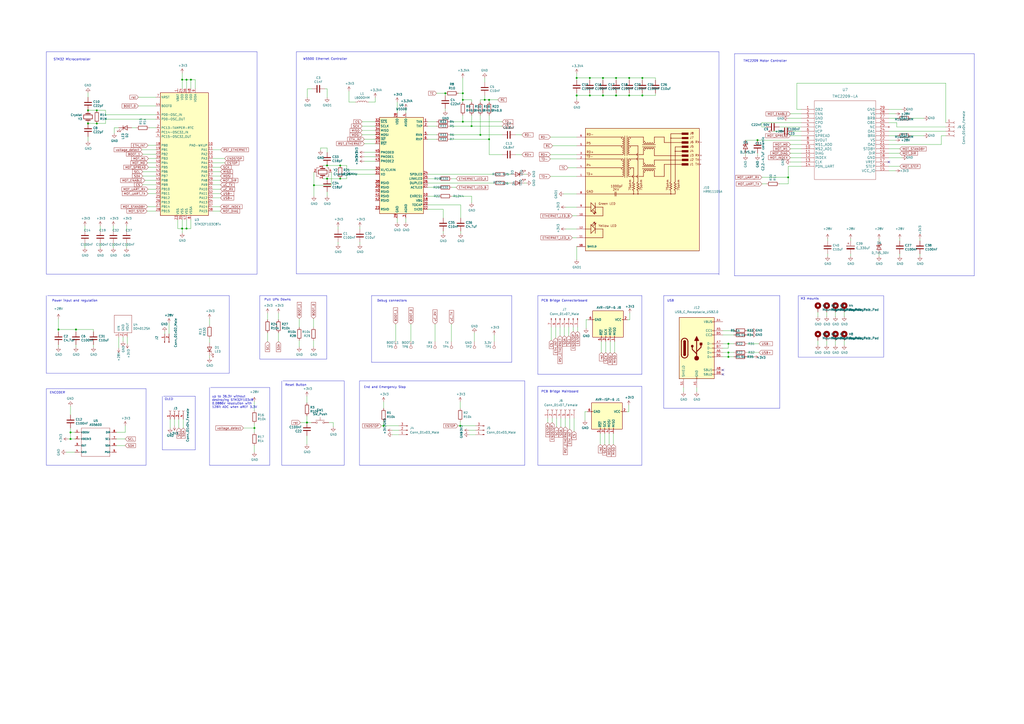
<source format=kicad_sch>
(kicad_sch (version 20230121) (generator eeschema)
  (paper "A2")
  (title_block (title "ETHERSWEEP 4") (rev "4.0.1") (company "github.com/neumi"))
  (junction (at 40.894 250.825))
  (junction (at 422.529 204.47))
  (junction (at 222.504 247.015))
  (junction (at 268.478 57.912))
  (junction (at 281.178 57.912))
  (junction (at 105.664 46.228))
  (junction (at 108.204 46.228))
  (junction (at 422.529 207.01))
  (junction (at 105.664 132.588))
  (junction (at 56.134 64.008))
  (junction (at 357.378 55.372))
  (junction (at 283.718 57.912))
  (junction (at 457.2 102.87))
  (junction (at 51.054 71.628))
  (junction (at 422.529 199.39))
  (junction (at 334.518 45.212))
  (junction (at 266.954 247.015))
  (junction (at 197.358 103.632))
  (junction (at 268.478 54.102))
  (junction (at 110.744 46.228))
  (junction (at 342.138 55.372))
  (junction (at 283.718 80.772))
  (junction (at 273.558 73.152))
  (junction (at 189.738 103.632))
  (junction (at 372.618 55.372))
  (junction (at 182.118 107.442))
  (junction (at 364.998 45.212))
  (junction (at 51.054 64.008))
  (junction (at 44.069 191.135))
  (junction (at 349.758 45.212))
  (junction (at 342.138 45.212))
  (junction (at 364.998 55.372))
  (junction (at 33.909 191.135))
  (junction (at 349.758 55.372))
  (junction (at 357.378 45.212))
  (junction (at 108.204 132.588))
  (junction (at 278.638 78.232))
  (junction (at 372.618 45.212))
  (junction (at 178.054 245.11))
  (junction (at 439.42 81.28))
  (junction (at 258.318 54.102))
  (junction (at 189.738 96.012))
  (junction (at 334.518 55.372))
  (junction (at 56.134 71.628))
  (junction (at 197.358 96.012))
  (junction (at 268.478 70.612))
  (junction (at 40.894 254.635))
  (junction (at 147.574 248.285))
  (no_connect (at 515.62 93.98))
  (no_connect (at 419.354 217.17))
  (no_connect (at 419.354 214.63))
  (wire (pts (xy 348.869 198.12) (xy 348.869 204.47)))
  (wire (pts (xy 105.664 46.228) (xy 105.664 42.418)))
  (wire (pts (xy 452.12 106.68) (xy 457.2 106.68)))
  (wire (pts (xy 275.844 249.555) (xy 272.034 249.555)))
  (wire (pts (xy 254.508 113.792) (xy 248.158 113.792)))
  (wire (pts (xy 324.866 194.818) (xy 324.866 189.738)))
  (wire (pts (xy 51.054 79.248) (xy 51.054 81.788)))
  (wire (pts (xy 211.328 88.392) (xy 217.678 88.392)))
  (polyline (pts (xy 113.284 260.985) (xy 94.234 260.985)))
  (wire (pts (xy 85.598 119.888) (xy 90.424 119.888)))
  (polyline (pts (xy 150.749 208.28) (xy 150.749 171.45)))
  (wire (pts (xy 546.1 83.82) (xy 546.1 78.74)))
  (wire (pts (xy 67.564 254.635) (xy 72.644 254.635)))
  (wire (pts (xy 273.558 73.152) (xy 291.338 73.152)))
  (wire (pts (xy 82.804 99.568) (xy 90.424 99.568)))
  (wire (pts (xy 101.219 243.205) (xy 101.219 247.015)))
  (wire (pts (xy 106.299 248.285) (xy 106.299 243.205)))
  (wire (pts (xy 189.738 103.632) (xy 197.358 103.632)))
  (wire (pts (xy 335.026 192.278) (xy 335.026 189.738)))
  (wire (pts (xy 364.998 46.482) (xy 364.998 45.212)))
  (polyline (pts (xy 94.234 229.87) (xy 94.234 260.985)))
  (polyline (pts (xy 171.958 29.972) (xy 417.068 29.972)))
  (wire (pts (xy 82.804 89.408) (xy 90.424 89.408)))
  (wire (pts (xy 515.62 88.9) (xy 521.97 88.9)))
  (wire (pts (xy 217.678 101.092) (xy 201.168 101.092)))
  (polyline (pts (xy 156.464 269.875) (xy 121.539 269.875)))
  (wire (pts (xy 267.208 134.112) (xy 267.208 135.382)))
  (wire (pts (xy 40.894 250.825) (xy 43.434 250.825)))
  (wire (pts (xy 265.684 247.015) (xy 266.954 247.015)))
  (wire (pts (xy 334.518 42.672) (xy 334.518 45.212)))
  (wire (pts (xy 327.406 194.818) (xy 327.406 189.738)))
  (wire (pts (xy 364.998 54.102) (xy 364.998 55.372)))
  (wire (pts (xy 260.858 73.152) (xy 273.558 73.152)))
  (wire (pts (xy 520.192 73.66) (xy 520.192 71.12)))
  (wire (pts (xy 357.378 55.372) (xy 364.998 55.372)))
  (wire (pts (xy 253.238 80.772) (xy 248.158 80.772)))
  (wire (pts (xy 474.472 197.612) (xy 474.472 200.152)))
  (polyline (pts (xy 84.709 225.425) (xy 84.709 269.875)))
  (wire (pts (xy 521.97 147.32) (xy 521.97 148.59)))
  (wire (pts (xy 484.632 197.612) (xy 484.632 200.152)))
  (wire (pts (xy 82.804 102.108) (xy 90.424 102.108)))
  (wire (pts (xy 520.7 68.58) (xy 515.62 68.58)))
  (wire (pts (xy 330.454 242.57) (xy 330.454 248.92)))
  (wire (pts (xy 419.354 191.77) (xy 425.704 191.77)))
  (polyline (pts (xy 463.042 171.577) (xy 463.042 207.137)))
  (wire (pts (xy 202.438 52.832) (xy 202.438 59.182)))
  (polyline (pts (xy 26.924 225.425) (xy 84.709 225.425)))
  (polyline (pts (xy 296.799 171.45) (xy 296.799 210.185)))
  (wire (pts (xy 201.168 96.012) (xy 197.358 96.012)))
  (wire (pts (xy 258.318 55.372) (xy 258.318 54.102)))
  (wire (pts (xy 123.444 114.808) (xy 127.889 114.808)))
  (wire (pts (xy 123.444 122.428) (xy 127.762 122.428)))
  (polyline (pts (xy 121.539 224.79) (xy 121.539 269.875)))
  (wire (pts (xy 380.238 55.372) (xy 380.238 54.102)))
  (wire (pts (xy 349.758 45.212) (xy 342.138 45.212)))
  (wire (pts (xy 248.158 118.872) (xy 267.208 118.872)))
  (wire (pts (xy 123.444 94.488) (xy 130.302 94.488)))
  (wire (pts (xy 121.539 206.375) (xy 121.539 207.645)))
  (wire (pts (xy 372.618 45.212) (xy 364.998 45.212)))
  (wire (pts (xy 356.489 198.12) (xy 356.489 204.47)))
  (wire (pts (xy 258.318 62.992) (xy 258.318 64.262)))
  (wire (pts (xy 253.238 54.102) (xy 258.318 54.102)))
  (wire (pts (xy 422.529 207.01) (xy 425.704 207.01)))
  (polyline (pts (xy 163.449 220.98) (xy 163.449 269.875)))
  (wire (pts (xy 56.134 64.008) (xy 61.214 64.008)))
  (polyline (pts (xy 565.15 160.02) (xy 565.15 31.115)))
  (wire (pts (xy 217.678 83.312) (xy 211.328 83.312)))
  (polyline (pts (xy 426.085 31.115) (xy 565.15 31.115)))
  (wire (pts (xy 319.278 89.662) (xy 334.518 89.662)))
  (wire (pts (xy 283.718 66.802) (xy 283.718 80.772)))
  (wire (pts (xy 281.178 45.212) (xy 281.178 47.752)))
  (wire (pts (xy 123.444 104.648) (xy 127.762 104.648)))
  (wire (pts (xy 201.168 98.552) (xy 217.678 98.552)))
  (wire (pts (xy 441.96 71.12) (xy 441.96 73.66)))
  (wire (pts (xy 108.204 127.508) (xy 108.204 132.588)))
  (wire (pts (xy 187.198 96.012) (xy 189.738 96.012)))
  (wire (pts (xy 332.486 192.278) (xy 332.486 189.738)))
  (wire (pts (xy 98.044 193.675) (xy 98.044 187.325)))
  (wire (pts (xy 110.744 132.588) (xy 108.204 132.588)))
  (wire (pts (xy 419.354 207.01) (xy 422.529 207.01)))
  (wire (pts (xy 61.214 66.548) (xy 90.424 66.548)))
  (wire (pts (xy 268.478 70.612) (xy 291.338 70.612)))
  (wire (pts (xy 61.214 64.008) (xy 61.214 66.548)))
  (wire (pts (xy 286.639 198.12) (xy 286.639 194.31)))
  (wire (pts (xy 201.168 101.092) (xy 201.168 103.632)))
  (wire (pts (xy 283.718 89.662) (xy 291.338 89.662)))
  (wire (pts (xy 364.744 238.76) (xy 364.744 234.95)))
  (wire (pts (xy 293.878 106.172) (xy 296.418 106.172)))
  (polyline (pts (xy 426.085 31.115) (xy 426.085 160.02)))
  (wire (pts (xy 210.058 78.232) (xy 217.678 78.232)))
  (wire (pts (xy 210.058 75.692) (xy 217.678 75.692)))
  (wire (pts (xy 404.114 224.79) (xy 404.114 227.33)))
  (wire (pts (xy 334.518 143.002) (xy 334.518 150.622)))
  (wire (pts (xy 161.544 185.42) (xy 161.544 181.61)))
  (wire (pts (xy 103.759 243.205) (xy 103.759 248.285)))
  (wire (pts (xy 452.12 73.66) (xy 464.82 73.66)))
  (wire (pts (xy 334.518 45.212) (xy 334.518 46.482)))
  (wire (pts (xy 322.834 242.57) (xy 322.834 247.65)))
  (wire (pts (xy 432.435 88.9) (xy 432.435 90.17)))
  (wire (pts (xy 222.504 247.015) (xy 222.504 244.475)))
  (wire (pts (xy 192.278 107.442) (xy 182.118 107.442)))
  (wire (pts (xy 178.054 241.3) (xy 178.054 245.11)))
  (polyline (pts (xy 171.958 158.877) (xy 417.068 158.877)))
  (wire (pts (xy 458.47 86.36) (xy 464.82 86.36)))
  (wire (pts (xy 464.82 76.2) (xy 459.74 76.2)))
  (wire (pts (xy 441.96 106.68) (xy 444.5 106.68)))
  (polyline (pts (xy 208.534 220.98) (xy 304.419 220.98)))
  (wire (pts (xy 262.128 103.632) (xy 264.668 103.632)))
  (wire (pts (xy 110.744 127.508) (xy 110.744 132.588)))
  (wire (pts (xy 66.294 74.168) (xy 66.294 77.343)))
  (polyline (pts (xy 417.068 29.972) (xy 417.068 159.512)))
  (wire (pts (xy 332.994 250.19) (xy 332.994 242.57)))
  (wire (pts (xy 33.909 200.025) (xy 33.909 201.295)))
  (wire (pts (xy 123.444 97.028) (xy 127.889 97.028)))
  (polyline (pts (xy 312.039 171.45) (xy 312.039 217.17)))
  (wire (pts (xy 266.954 247.015) (xy 266.954 244.475)))
  (wire (pts (xy 329.946 189.738) (xy 329.946 194.818)))
  (wire (pts (xy 65.786 141.224) (xy 65.786 143.764)))
  (wire (pts (xy 49.276 131.064) (xy 49.276 133.604)))
  (wire (pts (xy 339.979 185.42) (xy 339.979 190.5)))
  (wire (pts (xy 320.548 84.582) (xy 334.518 84.582)))
  (wire (pts (xy 334.518 112.522) (xy 326.898 112.522)))
  (wire (pts (xy 317.754 245.11) (xy 317.754 242.57)))
  (wire (pts (xy 213.868 59.182) (xy 217.678 59.182)))
  (wire (pts (xy 325.374 247.65) (xy 325.374 242.57)))
  (polyline (pts (xy 26.924 29.972) (xy 26.924 159.004)))
  (wire (pts (xy 189.738 85.852) (xy 185.928 85.852)))
  (wire (pts (xy 268.478 59.182) (xy 268.478 57.912)))
  (wire (pts (xy 515.62 81.28) (xy 519.43 81.28)))
  (wire (pts (xy 90.424 112.268) (xy 85.852 112.268)))
  (wire (pts (xy 85.344 122.428) (xy 90.424 122.428)))
  (wire (pts (xy 351.409 198.12) (xy 351.409 204.47)))
  (wire (pts (xy 257.048 134.112) (xy 257.048 135.382)))
  (wire (pts (xy 182.118 99.822) (xy 182.118 107.442)))
  (wire (pts (xy 227.584 252.095) (xy 231.394 252.095)))
  (wire (pts (xy 342.138 45.212) (xy 334.518 45.212)))
  (wire (pts (xy 66.294 74.168) (xy 68.834 74.168)))
  (wire (pts (xy 493.395 147.32) (xy 493.395 148.59)))
  (wire (pts (xy 221.234 247.015) (xy 222.504 247.015)))
  (wire (pts (xy 229.489 187.96) (xy 229.489 198.12)))
  (wire (pts (xy 364.998 45.212) (xy 357.378 45.212)))
  (wire (pts (xy 515.62 86.36) (xy 521.97 86.36)))
  (wire (pts (xy 464.82 91.44) (xy 458.47 91.44)))
  (wire (pts (xy 155.194 185.42) (xy 155.194 181.61)))
  (wire (pts (xy 462.28 63.5) (xy 462.28 48.26)))
  (wire (pts (xy 283.718 57.912) (xy 288.798 57.912)))
  (polyline (pts (xy 149.098 29.972) (xy 26.924 29.972)))
  (wire (pts (xy 457.2 96.52) (xy 457.2 102.87)))
  (wire (pts (xy 464.82 96.52) (xy 457.2 96.52)))
  (polyline (pts (xy 372.364 217.17) (xy 312.039 217.17)))
  (wire (pts (xy 349.758 54.102) (xy 349.758 55.372)))
  (wire (pts (xy 178.308 56.642) (xy 178.308 51.562)))
  (wire (pts (xy 304.038 106.172) (xy 305.308 106.172)))
  (polyline (pts (xy 215.519 210.185) (xy 296.799 210.185)))
  (wire (pts (xy 51.054 56.388) (xy 51.054 53.848)))
  (wire (pts (xy 40.894 248.285) (xy 40.894 250.825)))
  (wire (pts (xy 40.894 240.665) (xy 40.894 235.585)))
  (wire (pts (xy 357.378 46.482) (xy 357.378 45.212)))
  (wire (pts (xy 334.518 137.922) (xy 331.978 137.922)))
  (polyline (pts (xy 189.484 171.45) (xy 189.484 208.28)))
  (wire (pts (xy 201.168 96.012) (xy 201.168 98.552)))
  (wire (pts (xy 105.664 132.588) (xy 103.124 132.588)))
  (wire (pts (xy 65.786 131.064) (xy 65.786 133.604)))
  (polyline (pts (xy 113.284 229.87) (xy 113.284 260.985)))
  (polyline (pts (xy 208.534 269.875) (xy 208.534 220.98)))
  (wire (pts (xy 422.529 204.47) (xy 425.704 204.47)))
  (wire (pts (xy 283.718 80.772) (xy 283.718 89.662)))
  (wire (pts (xy 262.128 108.712) (xy 264.668 108.712)))
  (wire (pts (xy 372.618 54.102) (xy 372.618 55.372)))
  (wire (pts (xy 43.434 254.635) (xy 40.894 254.635)))
  (wire (pts (xy 298.958 78.232) (xy 302.768 78.232)))
  (polyline (pts (xy 372.364 171.45) (xy 372.364 217.17)))
  (polyline (pts (xy 215.519 210.185) (xy 215.519 171.45)))
  (wire (pts (xy 320.294 245.11) (xy 320.294 242.57)))
  (wire (pts (xy 95.504 193.675) (xy 95.504 192.405)))
  (wire (pts (xy 433.324 204.47) (xy 440.309 204.47)))
  (wire (pts (xy 188.468 51.562) (xy 189.738 51.562)))
  (wire (pts (xy 546.1 78.74) (xy 548.64 78.74)))
  (polyline (pts (xy 372.364 269.875) (xy 312.039 269.875)))
  (wire (pts (xy 364.744 238.76) (xy 363.474 238.76)))
  (wire (pts (xy 147.574 248.285) (xy 147.574 250.825)))
  (wire (pts (xy 268.478 54.102) (xy 268.478 57.912)))
  (polyline (pts (xy 385.064 171.45) (xy 452.374 171.45)))
  (wire (pts (xy 439.42 88.9) (xy 439.42 90.17)))
  (wire (pts (xy 319.278 92.202) (xy 334.518 92.202)))
  (wire (pts (xy 334.518 55.372) (xy 334.518 57.912)))
  (polyline (pts (xy 27.559 171.45) (xy 132.969 171.45)))
  (polyline (pts (xy 156.464 224.79) (xy 156.464 269.875)))
  (wire (pts (xy 44.069 191.135) (xy 44.069 192.405)))
  (wire (pts (xy 422.529 201.93) (xy 422.529 199.39)))
  (polyline (pts (xy 312.039 171.45) (xy 372.364 171.45)))
  (wire (pts (xy 110.744 46.228) (xy 113.284 46.228)))
  (wire (pts (xy 432.435 81.28) (xy 439.42 81.28)))
  (polyline (pts (xy 26.924 171.45) (xy 26.924 216.535)))
  (wire (pts (xy 82.804 107.188) (xy 90.424 107.188)))
  (wire (pts (xy 365.379 185.42) (xy 365.379 181.61)))
  (polyline (pts (xy 94.869 229.87) (xy 113.284 229.87)))
  (wire (pts (xy 457.2 102.87) (xy 457.2 106.68)))
  (wire (pts (xy 273.558 57.912) (xy 273.558 59.182)))
  (wire (pts (xy 548.64 48.26) (xy 548.64 71.12)))
  (wire (pts (xy 123.444 99.568) (xy 127.889 99.568)))
  (wire (pts (xy 268.478 45.212) (xy 268.478 54.102)))
  (polyline (pts (xy 199.644 220.98) (xy 199.644 269.875)))
  (wire (pts (xy 178.054 233.68) (xy 178.054 229.87)))
  (wire (pts (xy 174.244 245.11) (xy 178.054 245.11)))
  (wire (pts (xy 329.438 97.282) (xy 334.518 97.282)))
  (wire (pts (xy 193.294 245.11) (xy 193.294 247.65)))
  (wire (pts (xy 33.909 191.135) (xy 44.069 191.135)))
  (wire (pts (xy 298.958 89.662) (xy 302.768 89.662)))
  (wire (pts (xy 372.618 46.482) (xy 372.618 45.212)))
  (wire (pts (xy 357.378 54.102) (xy 357.378 55.372)))
  (wire (pts (xy 72.644 250.825) (xy 72.644 247.015)))
  (wire (pts (xy 278.638 78.232) (xy 291.338 78.232)))
  (wire (pts (xy 33.909 191.135) (xy 33.909 184.785)))
  (wire (pts (xy 474.472 181.102) (xy 474.472 183.642)))
  (wire (pts (xy 515.62 91.44) (xy 523.24 91.44)))
  (wire (pts (xy 350.774 251.46) (xy 350.774 257.81)))
  (wire (pts (xy 192.278 99.822) (xy 192.278 107.442)))
  (polyline (pts (xy 426.085 160.02) (xy 565.15 160.02)))
  (wire (pts (xy 123.444 91.948) (xy 130.302 91.948)))
  (wire (pts (xy 515.62 66.04) (xy 519.43 66.04)))
  (wire (pts (xy 43.434 262.255) (xy 38.354 262.255)))
  (wire (pts (xy 54.229 200.025) (xy 54.229 201.295)))
  (wire (pts (xy 521.97 138.43) (xy 521.97 139.7)))
  (wire (pts (xy 73.406 131.064) (xy 73.406 133.604)))
  (wire (pts (xy 262.128 113.792) (xy 273.558 113.792)))
  (polyline (pts (xy 149.098 29.972) (xy 149.098 159.004)))
  (wire (pts (xy 493.395 138.43) (xy 493.395 139.7)))
  (wire (pts (xy 252.349 198.12) (xy 252.349 187.96)))
  (wire (pts (xy 51.054 71.628) (xy 56.134 71.628)))
  (wire (pts (xy 520.192 71.12) (xy 515.62 71.12)))
  (wire (pts (xy 185.928 85.852) (xy 185.928 87.122)))
  (wire (pts (xy 419.354 199.39) (xy 422.529 199.39)))
  (wire (pts (xy 260.858 78.232) (xy 278.638 78.232)))
  (wire (pts (xy 319.278 102.362) (xy 334.518 102.362)))
  (wire (pts (xy 334.518 54.102) (xy 334.518 55.372)))
  (wire (pts (xy 108.204 46.228) (xy 108.204 51.308)))
  (wire (pts (xy 464.82 81.28) (xy 439.42 81.28)))
  (wire (pts (xy 110.744 46.228) (xy 110.744 51.308)))
  (wire (pts (xy 353.314 257.81) (xy 353.314 251.46)))
  (polyline (pts (xy 463.042 171.577) (xy 512.572 171.577)))
  (wire (pts (xy 521.97 96.52) (xy 515.62 96.52)))
  (wire (pts (xy 464.82 83.82) (xy 458.47 83.82)))
  (wire (pts (xy 452.12 76.2) (xy 448.31 76.2)))
  (wire (pts (xy 222.504 247.015) (xy 231.394 247.015)))
  (wire (pts (xy 73.914 195.58) (xy 73.914 199.39)))
  (wire (pts (xy 515.62 99.06) (xy 519.43 99.06)))
  (wire (pts (xy 61.214 69.088) (xy 61.214 71.628)))
  (wire (pts (xy 479.552 197.612) (xy 479.552 200.152)))
  (polyline (pts (xy 164.084 220.98) (xy 199.644 220.98)))
  (wire (pts (xy 105.664 46.228) (xy 108.204 46.228)))
  (wire (pts (xy 202.438 59.182) (xy 206.248 59.182)))
  (wire (pts (xy 123.444 109.728) (xy 127.889 109.728)))
  (wire (pts (xy 357.378 45.212) (xy 349.758 45.212)))
  (wire (pts (xy 217.678 59.182) (xy 217.678 56.642)))
  (wire (pts (xy 278.638 59.182) (xy 278.638 57.912)))
  (wire (pts (xy 319.278 79.502) (xy 334.518 79.502)))
  (wire (pts (xy 161.544 198.12) (xy 161.544 193.04)))
  (wire (pts (xy 40.894 254.635) (xy 39.624 254.635)))
  (wire (pts (xy 348.234 251.46) (xy 348.234 257.81)))
  (polyline (pts (xy 304.419 220.98) (xy 304.419 269.875)))
  (wire (pts (xy 380.238 45.212) (xy 372.618 45.212)))
  (wire (pts (xy 464.82 63.5) (xy 462.28 63.5)))
  (wire (pts (xy 484.632 181.102) (xy 484.632 183.642)))
  (wire (pts (xy 123.444 102.108) (xy 127.889 102.108)))
  (wire (pts (xy 353.949 204.47) (xy 353.949 198.12)))
  (wire (pts (xy 103.124 132.588) (xy 103.124 127.508)))
  (wire (pts (xy 78.994 74.168) (xy 76.454 74.168)))
  (wire (pts (xy 266.954 236.855) (xy 266.954 233.045)))
  (wire (pts (xy 278.638 66.802) (xy 278.638 78.232)))
  (wire (pts (xy 123.444 86.868) (xy 128.016 86.868)))
  (wire (pts (xy 178.308 51.562) (xy 180.848 51.562)))
  (wire (pts (xy 230.378 59.182) (xy 230.378 65.532)))
  (wire (pts (xy 319.786 197.358) (xy 319.786 189.738)))
  (wire (pts (xy 248.158 101.092) (xy 286.258 101.092)))
  (wire (pts (xy 73.406 141.224) (xy 73.406 143.764)))
  (wire (pts (xy 208.788 140.462) (xy 208.788 141.732)))
  (wire (pts (xy 281.178 55.372) (xy 281.178 57.912)))
  (wire (pts (xy 433.324 191.77) (xy 435.864 191.77)))
  (wire (pts (xy 33.909 191.135) (xy 33.909 192.405)))
  (wire (pts (xy 265.938 54.102) (xy 268.478 54.102)))
  (wire (pts (xy 189.738 96.012) (xy 197.358 96.012)))
  (wire (pts (xy 68.834 195.58) (xy 68.834 201.93)))
  (wire (pts (xy 67.564 250.825) (xy 72.644 250.825)))
  (wire (pts (xy 433.324 207.01) (xy 437.134 207.01)))
  (wire (pts (xy 441.96 102.87) (xy 457.2 102.87)))
  (wire (pts (xy 80.264 61.468) (xy 90.424 61.468)))
  (wire (pts (xy 90.424 109.728) (xy 85.852 109.728)))
  (wire (pts (xy 80.264 56.388) (xy 90.424 56.388)))
  (wire (pts (xy 90.424 104.648) (xy 84.074 104.648)))
  (wire (pts (xy 108.204 46.228) (xy 110.744 46.228)))
  (wire (pts (xy 464.82 66.04) (xy 458.47 66.04)))
  (wire (pts (xy 208.788 131.572) (xy 208.788 132.842)))
  (wire (pts (xy 222.504 236.855) (xy 222.504 233.045)))
  (wire (pts (xy 173.609 184.785) (xy 173.609 189.865)))
  (wire (pts (xy 121.539 188.595) (xy 121.539 184.785)))
  (polyline (pts (xy 150.749 171.45) (xy 189.484 171.45)))
  (wire (pts (xy 267.208 118.872) (xy 267.208 126.492)))
  (wire (pts (xy 433.324 199.39) (xy 440.309 199.39)))
  (wire (pts (xy 90.424 86.868) (xy 82.296 86.868)))
  (wire (pts (xy 464.82 88.9) (xy 458.47 88.9)))
  (wire (pts (xy 396.494 224.79) (xy 396.494 227.33)))
  (wire (pts (xy 187.198 103.632) (xy 189.738 103.632)))
  (wire (pts (xy 40.894 254.635) (xy 40.894 250.825)))
  (wire (pts (xy 520.7 78.74) (xy 515.62 78.74)))
  (wire (pts (xy 441.96 73.66) (xy 444.5 73.66)))
  (polyline (pts (xy 512.572 207.137) (xy 512.572 171.577)))
  (wire (pts (xy 422.529 204.47) (xy 422.529 207.01)))
  (wire (pts (xy 248.158 106.172) (xy 286.258 106.172)))
  (wire (pts (xy 334.518 125.222) (xy 331.978 125.222)))
  (wire (pts (xy 464.82 71.12) (xy 441.96 71.12)))
  (wire (pts (xy 189.738 88.392) (xy 189.738 85.852)))
  (polyline (pts (xy 189.484 208.28) (xy 150.749 208.28)))
  (polyline (pts (xy 312.039 224.155) (xy 372.364 224.155)))
  (wire (pts (xy 230.378 126.492) (xy 230.378 129.032)))
  (wire (pts (xy 533.654 138.43) (xy 533.654 139.7)))
  (wire (pts (xy 281.178 57.912) (xy 283.718 57.912)))
  (wire (pts (xy 147.574 258.445) (xy 147.574 262.255)))
  (wire (pts (xy 248.158 70.612) (xy 253.238 70.612)))
  (wire (pts (xy 304.038 101.092) (xy 305.308 101.092)))
  (wire (pts (xy 327.914 247.65) (xy 327.914 242.57)))
  (polyline (pts (xy 215.519 171.45) (xy 296.799 171.45)))
  (wire (pts (xy 462.28 48.26) (xy 548.64 48.26)))
  (wire (pts (xy 71.374 195.58) (xy 71.374 198.12)))
  (wire (pts (xy 51.054 64.008) (xy 56.134 64.008)))
  (wire (pts (xy 419.354 204.47) (xy 422.529 204.47)))
  (wire (pts (xy 105.664 46.228) (xy 105.664 51.308)))
  (wire (pts (xy 283.718 57.912) (xy 283.718 59.182)))
  (wire (pts (xy 235.458 126.492) (xy 235.458 129.032)))
  (wire (pts (xy 56.134 71.628) (xy 61.214 71.628)))
  (wire (pts (xy 364.998 55.372) (xy 372.618 55.372)))
  (wire (pts (xy 422.529 199.39) (xy 425.704 199.39)))
  (wire (pts (xy 260.858 80.772) (xy 283.718 80.772)))
  (wire (pts (xy 85.598 94.488) (xy 90.424 94.488)))
  (wire (pts (xy 520.192 73.66) (xy 548.64 73.66)))
  (wire (pts (xy 528.32 78.74) (xy 535.94 78.74)))
  (wire (pts (xy 211.328 90.932) (xy 217.678 90.932)))
  (polyline (pts (xy 84.709 269.875) (xy 26.924 269.875)))
  (wire (pts (xy 58.166 131.064) (xy 58.166 133.604)))
  (wire (pts (xy 266.954 247.015) (xy 275.844 247.015)))
  (wire (pts (xy 278.638 57.912) (xy 281.178 57.912)))
  (wire (pts (xy 235.458 62.992) (xy 235.458 65.532)))
  (polyline (pts (xy 385.064 171.45) (xy 385.064 236.855)))
  (polyline (pts (xy 372.364 224.155) (xy 372.364 269.875)))
  (wire (pts (xy 211.328 93.472) (xy 217.678 93.472)))
  (wire (pts (xy 54.229 191.135) (xy 54.229 192.405)))
  (wire (pts (xy 509.905 138.43) (xy 509.905 139.7)))
  (wire (pts (xy 58.166 141.224) (xy 58.166 143.764)))
  (wire (pts (xy 238.379 187.96) (xy 238.379 198.12)))
  (wire (pts (xy 182.118 107.442) (xy 182.118 113.792)))
  (wire (pts (xy 464.82 78.74) (xy 458.47 78.74)))
  (wire (pts (xy 261.874 187.96) (xy 261.874 198.12)))
  (wire (pts (xy 334.518 55.372) (xy 342.138 55.372)))
  (wire (pts (xy 44.069 200.025) (xy 44.069 201.295)))
  (polyline (pts (xy 312.039 224.155) (xy 312.039 269.875)))
  (wire (pts (xy 272.034 252.095) (xy 275.844 252.095)))
  (wire (pts (xy 196.088 131.572) (xy 196.088 132.842)))
  (wire (pts (xy 339.344 238.76) (xy 339.344 243.84)))
  (wire (pts (xy 61.214 69.088) (xy 90.424 69.088)))
  (wire (pts (xy 123.444 107.188) (xy 127.889 107.188)))
  (wire (pts (xy 196.088 140.462) (xy 196.088 141.732)))
  (wire (pts (xy 98.679 243.205) (xy 98.679 248.285)))
  (wire (pts (xy 268.478 66.802) (xy 268.478 70.612)))
  (wire (pts (xy 231.394 249.555) (xy 227.584 249.555)))
  (wire (pts (xy 105.664 132.588) (xy 105.664 135.128)))
  (wire (pts (xy 528.32 68.58) (xy 535.94 68.58)))
  (polyline (pts (xy 26.924 159.004) (xy 149.098 159.004)))
  (wire (pts (xy 273.558 113.792) (xy 273.558 117.602)))
  (wire (pts (xy 342.138 46.482) (xy 342.138 45.212)))
  (wire (pts (xy 342.138 54.102) (xy 342.138 55.372)))
  (wire (pts (xy 275.209 198.12) (xy 275.209 193.04)))
  (wire (pts (xy 86.106 97.028) (xy 90.424 97.028)))
  (polyline (pts (xy 171.958 158.877) (xy 171.958 29.972)))
  (polyline (pts (xy 122.174 224.79) (xy 156.464 224.79)))
  (wire (pts (xy 372.618 55.372) (xy 380.238 55.372)))
  (polyline (pts (xy 304.419 269.875) (xy 208.534 269.875)))
  (polyline (pts (xy 452.374 171.45) (xy 452.374 236.855)))
  (wire (pts (xy 341.249 185.42) (xy 339.979 185.42)))
  (wire (pts (xy 155.194 193.04) (xy 155.194 198.12)))
  (wire (pts (xy 464.82 93.98) (xy 458.47 93.98)))
  (wire (pts (xy 479.552 181.102) (xy 479.552 183.642)))
  (polyline (pts (xy 452.374 236.855) (xy 385.064 236.855)))
  (wire (pts (xy 515.62 76.2) (xy 548.64 76.2)))
  (wire (pts (xy 90.424 84.328) (xy 85.852 84.328)))
  (wire (pts (xy 105.664 127.508) (xy 105.664 132.588)))
  (polyline (pts (xy 463.042 207.137) (xy 512.572 207.137)))
  (polyline (pts (xy 26.924 225.425) (xy 26.924 269.875)))
  (wire (pts (xy 86.106 91.948) (xy 90.424 91.948)))
  (wire (pts (xy 90.424 74.168) (xy 86.614 74.168)))
  (wire (pts (xy 178.054 252.73) (xy 178.054 257.81)))
  (wire (pts (xy 480.06 147.32) (xy 480.06 148.59)))
  (wire (pts (xy 147.574 238.125) (xy 147.574 233.045)))
  (wire (pts (xy 189.738 51.562) (xy 189.738 56.642)))
  (wire (pts (xy 257.048 121.412) (xy 257.048 126.492)))
  (wire (pts (xy 273.558 66.802) (xy 273.558 73.152)))
  (wire (pts (xy 509.905 147.32) (xy 509.905 148.59)))
  (wire (pts (xy 464.82 68.58) (xy 457.2 68.58)))
  (wire (pts (xy 515.62 83.82) (xy 546.1 83.82)))
  (wire (pts (xy 123.444 112.268) (xy 127.889 112.268)))
  (wire (pts (xy 349.758 55.372) (xy 357.378 55.372)))
  (wire (pts (xy 105.664 132.588) (xy 108.204 132.588)))
  (wire (pts (xy 365.379 185.42) (xy 364.109 185.42)))
  (wire (pts (xy 355.854 251.46) (xy 355.854 257.81)))
  (wire (pts (xy 293.878 101.092) (xy 296.418 101.092)))
  (wire (pts (xy 515.62 63.5) (xy 523.24 63.5)))
  (wire (pts (xy 268.478 57.912) (xy 273.558 57.912)))
  (polyline (pts (xy 199.644 269.875) (xy 163.449 269.875)))
  (wire (pts (xy 340.614 238.76) (xy 339.344 238.76)))
  (wire (pts (xy 380.238 46.482) (xy 380.238 45.212)))
  (wire (pts (xy 197.358 103.632) (xy 201.168 103.632)))
  (wire (pts (xy 489.712 181.102) (xy 489.712 183.642)))
  (wire (pts (xy 480.06 138.43) (xy 480.06 139.7)))
  (wire (pts (xy 210.058 70.612) (xy 217.678 70.612)))
  (wire (pts (xy 419.354 201.93) (xy 422.529 201.93)))
  (wire (pts (xy 433.324 194.31) (xy 435.864 194.31)))
  (wire (pts (xy 328.168 120.142) (xy 334.518 120.142)))
  (wire (pts (xy 419.354 194.31) (xy 425.704 194.31)))
  (wire (pts (xy 322.326 189.738) (xy 322.326 196.088)))
  (wire (pts (xy 248.158 103.632) (xy 254.508 103.632)))
  (wire (pts (xy 44.069 191.135) (xy 54.229 191.135)))
  (wire (pts (xy 127.762 119.888) (xy 123.444 119.888)))
  (wire (pts (xy 49.276 141.224) (xy 49.276 143.764)))
  (wire (pts (xy 181.864 189.865) (xy 181.864 184.785)))
  (wire (pts (xy 113.284 46.228) (xy 113.284 51.308)))
  (wire (pts (xy 489.712 197.612) (xy 489.712 200.152)))
  (wire (pts (xy 72.644 258.445) (xy 67.564 258.445)))
  (wire (pts (xy 190.754 245.11) (xy 193.294 245.11)))
  (wire (pts (xy 260.858 70.612) (xy 268.478 70.612)))
  (wire (pts (xy 173.609 197.485) (xy 173.609 201.295)))
  (wire (pts (xy 181.864 197.485) (xy 181.864 201.295)))
  (wire (pts (xy 342.138 55.372) (xy 349.758 55.372)))
  (wire (pts (xy 141.224 248.285) (xy 147.574 248.285)))
  (wire (pts (xy 178.054 245.11) (xy 180.594 245.11)))
  (wire (pts (xy 248.158 108.712) (xy 254.508 108.712)))
  (wire (pts (xy 189.738 111.252) (xy 189.738 113.792)))
  (wire (pts (xy 210.058 73.152) (xy 217.678 73.152)))
  (wire (pts (xy 248.158 78.232) (xy 253.238 78.232)))
  (wire (pts (xy 253.238 73.152) (xy 248.158 73.152)))
  (wire (pts (xy 328.168 132.842) (xy 334.518 132.842)))
  (polyline (pts (xy 132.969 171.45) (xy 132.969 216.535)))
  (wire (pts (xy 248.158 121.412) (xy 257.048 121.412)))
  (wire (pts (xy 121.539 196.215) (xy 121.539 198.755)))
  (wire (pts (xy 349.758 46.482) (xy 349.758 45.212)))
  (wire (pts (xy 217.678 80.772) (xy 211.328 80.772)))
  (wire (pts (xy 147.574 245.745) (xy 147.574 248.285)))
  (wire (pts (xy 533.654 147.32) (xy 533.654 148.59)))
  (polyline (pts (xy 132.969 216.535) (xy 26.924 216.535)))
  (text "USB" (at 386.969 175.26 0) (effects (font (size 1.27 1.27)) (justify left bottom)))
  (text "W5500 Ethernet Controller" (at 175.768 35.052 0) (effects (font (size 1.27 1.27)) (justify left bottom)))
  (text "M3 mounts" (at 464.312 174.117 0) (effects (font (size 1.27 1.27)) (justify left bottom)))
  (text "OLED" (at 95.504 232.41 0) (effects (font (size 1.27 1.27)) (justify left bottom)))
  (text "End and Emergency Stop" (at 211.074 225.425 0) (effects (font (size 1.27 1.27)) (justify left bottom)))
  (text "Power input and regulation" (at 30.099 175.26 0) (effects (font (size 1.27 1.27)) (justify left bottom)))
  (text "PCB Bridge Connectorboard" (at 313.944 175.26 0) (effects (font (size 1.27 1.27)) (justify left bottom)))
  (text "ENCODER" (at 28.829 228.6 0) (effects (font (size 1.27 1.27)) (justify left bottom)))
  (text "TMC2209 Motor Controller" (at 431.165 36.195 0) (effects (font (size 1.27 1.27)) (justify left bottom)))
  (text "Debug connectors" (at 218.694 175.26 0) (effects (font (size 1.27 1.27)) (justify left bottom)))
  (text "Pull UPs Downs\n" (at 153.289 174.625 0) (effects (font (size 1.27 1.27)) (justify left bottom)))
  (text "STM32 Microcontroller" (at 30.988 35.306 0) (effects (font (size 1.27 1.27)) (justify left bottom)))
  (text "up to 36.3V without \ndestroying STM32F103c8 \n0,0886V resolution with \n12Bit ADC when aREF 3.3V" (at 122.936 236.982 0) (effects (font (size 1.27 1.27)) (justify left bottom)))
  (text "Reset Button" (at 165.354 224.155 0) (effects (font (size 1.27 1.27)) (justify left bottom)))
  (text "PCB Bridge Mainboard" (at 313.944 227.965 0) (effects (font (size 1.27 1.27)) (justify left bottom)))
  (global_label "USB+" (shape input) (at 127.889 114.808 0) (property "Intersheetrefs" "${INTERSHEET_REFS}" (effects hide)))
  (global_label "TD-" (shape input) (at 291.338 70.612 0) (property "Intersheetrefs" "${INTERSHEET_REFS}" (effects hide)))
  (global_label "RST_ETHERNET" (shape input) (at 211.328 83.312 180) (property "Intersheetrefs" "${INTERSHEET_REFS}" (effects hide)))
  (global_label "TC" (shape input) (at 329.438 97.282 180) (property "Intersheetrefs" "${INTERSHEET_REFS}" (effects hide)))
  (global_label "MOSI" (shape input) (at 353.949 204.47 270) (property "Intersheetrefs" "${INTERSHEET_REFS}" (effects hide)))
  (global_label "MOT_UART_RX" (shape input) (at 441.96 102.87 180) (property "Intersheetrefs" "${INTERSHEET_REFS}" (effects hide)))
  (global_label "MOT_M0" (shape input) (at 458.47 83.82 180) (property "Intersheetrefs" "${INTERSHEET_REFS}" (effects hide)))
  (global_label "rst" (shape input) (at 348.234 257.81 270) (property "Intersheetrefs" "${INTERSHEET_REFS}" (effects hide)))
  (global_label "USB+" (shape input) (at 440.309 204.47 0) (property "Intersheetrefs" "${INTERSHEET_REFS}" (effects hide)))
  (global_label "MOT_INDEX" (shape input) (at 458.47 91.44 180) (property "Intersheetrefs" "${INTERSHEET_REFS}" (effects hide)))
  (global_label "MOT_DIR" (shape input) (at 521.97 88.9 0) (property "Intersheetrefs" "${INTERSHEET_REFS}" (effects hide)))
  (global_label "SCL" (shape input) (at 329.946 194.818 270) (property "Intersheetrefs" "${INTERSHEET_REFS}" (effects hide)))
  (global_label "TD+" (shape input) (at 319.278 102.362 180) (property "Intersheetrefs" "${INTERSHEET_REFS}" (effects hide)))
  (global_label "MOSI" (shape input) (at 353.314 257.81 270) (property "Intersheetrefs" "${INTERSHEET_REFS}" (effects hide)))
  (global_label "TD+" (shape input) (at 291.338 73.152 0) (property "Intersheetrefs" "${INTERSHEET_REFS}" (effects hide)))
  (global_label "RC" (shape input) (at 320.548 84.582 180) (property "Intersheetrefs" "${INTERSHEET_REFS}" (effects hide)))
  (global_label "RST_ETHERNET" (shape input) (at 128.016 86.868 0) (property "Intersheetrefs" "${INTERSHEET_REFS}" (effects hide)))
  (global_label "ENDSTOP" (shape input) (at 332.486 192.278 270) (property "Intersheetrefs" "${INTERSHEET_REFS}" (effects hide)))
  (global_label "MISO" (shape input) (at 355.854 257.81 270) (property "Intersheetrefs" "${INTERSHEET_REFS}" (effects hide)))
  (global_label "SCK" (shape input) (at 210.058 73.152 180) (property "Intersheetrefs" "${INTERSHEET_REFS}" (effects hide)))
  (global_label "ENDSTOP" (shape input) (at 130.302 91.948 0) (property "Intersheetrefs" "${INTERSHEET_REFS}" (effects hide)))
  (global_label "RST_ETHERNET" (shape input) (at 327.914 247.65 270) (property "Intersheetrefs" "${INTERSHEET_REFS}" (effects hide)))
  (global_label "RD+" (shape input) (at 302.768 89.662 0) (property "Intersheetrefs" "${INTERSHEET_REFS}" (effects hide)))
  (global_label "uC_TX" (shape input) (at 261.874 187.96 90) (property "Intersheetrefs" "${INTERSHEET_REFS}" (effects hide)))
  (global_label "BOOT_1" (shape input) (at 82.804 89.408 180) (property "Intersheetrefs" "${INTERSHEET_REFS}" (effects hide)))
  (global_label "ETHERNET_LED_A" (shape input) (at 331.978 137.922 180) (property "Intersheetrefs" "${INTERSHEET_REFS}" (effects hide)))
  (global_label "SCL" (shape input) (at 82.804 99.568 180) (property "Intersheetrefs" "${INTERSHEET_REFS}" (effects hide)))
  (global_label "ETH_INT" (shape input) (at 211.328 80.772 180) (property "Intersheetrefs" "${INTERSHEET_REFS}" (effects hide)))
  (global_label "MOT_M0" (shape input) (at 85.598 94.488 180) (property "Intersheetrefs" "${INTERSHEET_REFS}" (effects hide)))
  (global_label "CS" (shape input) (at 319.786 197.358 270) (property "Intersheetrefs" "${INTERSHEET_REFS}" (effects hide)))
  (global_label "MOT_UART_RX" (shape input) (at 85.852 109.728 180) (property "Intersheetrefs" "${INTERSHEET_REFS}" (effects hide)))
  (global_label "SDA" (shape input) (at 325.374 247.65 270) (property "Intersheetrefs" "${INTERSHEET_REFS}" (effects hide)))
  (global_label "ESTOP" (shape input) (at 335.026 192.278 270) (property "Intersheetrefs" "${INTERSHEET_REFS}" (effects hide)))
  (global_label "MOT_UART_TX" (shape input) (at 85.852 112.268 180) (property "Intersheetrefs" "${INTERSHEET_REFS}" (effects hide)))
  (global_label "MOT_UART_TX" (shape input) (at 441.96 106.68 180) (property "Intersheetrefs" "${INTERSHEET_REFS}" (effects hide)))
  (global_label "BOOT_0" (shape input) (at 80.264 61.468 180) (property "Intersheetrefs" "${INTERSHEET_REFS}" (effects hide)))
  (global_label "MOT_STEP" (shape input) (at 85.344 122.428 180) (property "Intersheetrefs" "${INTERSHEET_REFS}" (effects hide)))
  (global_label "BOOT_0" (shape input) (at 181.864 184.785 90) (property "Intersheetrefs" "${INTERSHEET_REFS}" (effects hide)))
  (global_label "BOOT_0" (shape input) (at 238.379 187.96 90) (property "Intersheetrefs" "${INTERSHEET_REFS}" (effects hide)))
  (global_label "RD+" (shape input) (at 319.278 89.662 180) (property "Intersheetrefs" "${INTERSHEET_REFS}" (effects hide)))
  (global_label "MISO" (shape input) (at 210.058 75.692 180) (property "Intersheetrefs" "${INTERSHEET_REFS}" (effects hide)))
  (global_label "MOT_ENABLE" (shape input) (at 458.47 66.04 180) (property "Intersheetrefs" "${INTERSHEET_REFS}" (effects hide)))
  (global_label "voltage_detect" (shape input) (at 141.224 248.285 180) (property "Intersheetrefs" "${INTERSHEET_REFS}" (effects hide)))
  (global_label "voltage_detect" (shape input) (at 82.296 86.868 180) (property "Intersheetrefs" "${INTERSHEET_REFS}" (effects hide)))
  (global_label "SDA" (shape input) (at 72.644 258.445 0) (property "Intersheetrefs" "${INTERSHEET_REFS}" (effects hide)))
  (global_label "MOT_M1" (shape input) (at 458.47 86.36 180) (property "Intersheetrefs" "${INTERSHEET_REFS}" (effects hide)))
  (global_label "MOT_INDEX" (shape input) (at 127.762 119.888 0) (property "Intersheetrefs" "${INTERSHEET_REFS}" (effects hide)))
  (global_label "ETH_INT" (shape input) (at 322.326 196.088 270) (property "Intersheetrefs" "${INTERSHEET_REFS}" (effects hide)))
  (global_label "SCK" (shape input) (at 351.409 204.47 270) (property "Intersheetrefs" "${INTERSHEET_REFS}" (effects hide)))
  (global_label "CS" (shape input) (at 332.994 250.19 270) (property "Intersheetrefs" "${INTERSHEET_REFS}" (effects hide)))
  (global_label "SDA" (shape input) (at 161.544 198.12 270) (property "Intersheetrefs" "${INTERSHEET_REFS}" (effects hide)))
  (global_label "SCL" (shape input) (at 155.194 198.12 270) (property "Intersheetrefs" "${INTERSHEET_REFS}" (effects hide)))
  (global_label "CS" (shape input) (at 210.058 70.612 180) (property "Intersheetrefs" "${INTERSHEET_REFS}" (effects hide)))
  (global_label "MOT_STANDBY" (shape input) (at 85.598 119.888 180) (property "Intersheetrefs" "${INTERSHEET_REFS}" (effects hide)))
  (global_label "ENDSTOP" (shape input) (at 320.294 245.11 270) (property "Intersheetrefs" "${INTERSHEET_REFS}" (effects hide)))
  (global_label "SCL" (shape input) (at 72.644 254.635 0) (property "Intersheetrefs" "${INTERSHEET_REFS}" (effects hide)))
  (global_label "MOT_SPREAD" (shape input) (at 458.47 78.74 180) (property "Intersheetrefs" "${INTERSHEET_REFS}" (effects hide)))
  (global_label "uC_RX" (shape input) (at 252.349 187.96 90) (property "Intersheetrefs" "${INTERSHEET_REFS}" (effects hide)))
  (global_label "ESTOP" (shape input) (at 130.302 94.488 0) (property "Intersheetrefs" "${INTERSHEET_REFS}" (effects hide)))
  (global_label "SCK" (shape input) (at 350.774 257.81 270) (property "Intersheetrefs" "${INTERSHEET_REFS}" (effects hide)))
  (global_label "MOSI" (shape input) (at 127.889 102.108 0) (property "Intersheetrefs" "${INTERSHEET_REFS}" (effects hide)))
  (global_label "MOT_M1" (shape input) (at 86.106 91.948 180) (property "Intersheetrefs" "${INTERSHEET_REFS}" (effects hide)))
  (global_label "BOOT_1" (shape input) (at 229.489 187.96 90) (property "Intersheetrefs" "${INTERSHEET_REFS}" (effects hide)))
  (global_label "CS" (shape input) (at 82.804 107.188 180) (property "Intersheetrefs" "${INTERSHEET_REFS}" (effects hide)))
  (global_label "uC_TX" (shape input) (at 127.889 107.188 0) (property "Intersheetrefs" "${INTERSHEET_REFS}" (effects hide)))
  (global_label "BOOT_1" (shape input) (at 173.609 184.785 90) (property "Intersheetrefs" "${INTERSHEET_REFS}" (effects hide)))
  (global_label "MOSI" (shape input) (at 210.058 78.232 180) (property "Intersheetrefs" "${INTERSHEET_REFS}" (effects hide)))
  (global_label "uC_RX" (shape input) (at 127.889 109.728 0) (property "Intersheetrefs" "${INTERSHEET_REFS}" (effects hide)))
  (global_label "MOT_STANDBY" (shape input) (at 521.97 86.36 0) (property "Intersheetrefs" "${INTERSHEET_REFS}" (effects hide)))
  (global_label "MISO" (shape input) (at 356.489 204.47 270) (property "Intersheetrefs" "${INTERSHEET_REFS}" (effects hide)))
  (global_label "rst" (shape input) (at 174.244 245.11 180) (property "Intersheetrefs" "${INTERSHEET_REFS}" (effects hide)))
  (global_label "TD-" (shape input) (at 319.278 92.202 180) (property "Intersheetrefs" "${INTERSHEET_REFS}" (effects hide)))
  (global_label "SDA" (shape input) (at 327.406 194.818 270) (property "Intersheetrefs" "${INTERSHEET_REFS}" (effects hide)))
  (global_label "MOT_DIAG" (shape input) (at 127.762 122.428 0) (property "Intersheetrefs" "${INTERSHEET_REFS}" (effects hide)))
  (global_label "ETHERNET_LED_B" (shape input) (at 264.668 108.712 0) (property "Intersheetrefs" "${INTERSHEET_REFS}" (effects hide)))
  (global_label "RST_ETHERNET" (shape input) (at 324.866 194.818 270) (property "Intersheetrefs" "${INTERSHEET_REFS}" (effects hide)))
  (global_label "MOT_DIR" (shape input) (at 127.762 104.648 0) (property "Intersheetrefs" "${INTERSHEET_REFS}" (effects hide)))
  (global_label "rst" (shape input) (at 348.869 204.47 270) (property "Intersheetrefs" "${INTERSHEET_REFS}" (effects hide)))
  (global_label "RC" (shape input) (at 288.798 57.912 0) (property "Intersheetrefs" "${INTERSHEET_REFS}" (effects hide)))
  (global_label "SCL" (shape input) (at 103.759 248.285 270) (property "Intersheetrefs" "${INTERSHEET_REFS}" (effects hide)))
  (global_label "USB-" (shape input) (at 440.309 199.39 0) (property "Intersheetrefs" "${INTERSHEET_REFS}" (effects hide)))
  (global_label "MOT_SPREAD" (shape input) (at 86.106 97.028 180) (property "Intersheetrefs" "${INTERSHEET_REFS}" (effects hide)))
  (global_label "MOT_DIAG" (shape input) (at 458.47 88.9 180) (property "Intersheetrefs" "${INTERSHEET_REFS}" (effects hide)))
  (global_label "MISO" (shape input) (at 127.889 99.568 0) (property "Intersheetrefs" "${INTERSHEET_REFS}" (effects hide)))
  (global_label "SDA" (shape input) (at 106.299 248.285 270) (property "Intersheetrefs" "${INTERSHEET_REFS}" (effects hide)))
  (global_label "ETH_INT" (shape input) (at 85.852 84.328 180) (property "Intersheetrefs" "${INTERSHEET_REFS}" (effects hide)))
  (global_label "ENDSTOP" (shape input) (at 221.234 247.015 180) (property "Intersheetrefs" "${INTERSHEET_REFS}" (effects hide)))
  (global_label "rst" (shape input) (at 80.264 56.388 180) (property "Intersheetrefs" "${INTERSHEET_REFS}" (effects hide)))
  (global_label "SCL" (shape input) (at 322.834 247.65 270) (property "Intersheetrefs" "${INTERSHEET_REFS}" (effects hide)))
  (global_label "USB-" (shape input) (at 127.889 112.268 0) (property "Intersheetrefs" "${INTERSHEET_REFS}" (effects hide)))
  (global_label "SDA" (shape input) (at 82.804 102.108 180) (property "Intersheetrefs" "${INTERSHEET_REFS}" (effects hide)))
  (global_label "ETHERNET_LED_B" (shape input) (at 331.978 125.222 180) (property "Intersheetrefs" "${INTERSHEET_REFS}" (effects hide)))
  (global_label "SCK" (shape input) (at 127.889 97.028 0) (property "Intersheetrefs" "${INTERSHEET_REFS}" (effects hide)))
  (global_label "ETH_INT" (shape input) (at 330.454 248.92 270) (property "Intersheetrefs" "${INTERSHEET_REFS}" (effects hide)))
  (global_label "RD-" (shape input) (at 319.278 79.502 180) (property "Intersheetrefs" "${INTERSHEET_REFS}" (effects hide)))
  (global_label "ESTOP" (shape input) (at 265.684 247.015 180) (property "Intersheetrefs" "${INTERSHEET_REFS}" (effects hide)))
  (global_label "RD-" (shape input) (at 302.768 78.232 0) (property "Intersheetrefs" "${INTERSHEET_REFS}" (effects hide)))
  (global_label "ETHERNET_LED_A" (shape input) (at 264.668 103.632 0) (property "Intersheetrefs" "${INTERSHEET_REFS}" (effects hide)))
  (global_label "MOT_STEP" (shape input) (at 521.97 96.52 0) (property "Intersheetrefs" "${INTERSHEET_REFS}" (effects hide)))
  (global_label "TC" (shape input) (at 253.238 54.102 180) (property "Intersheetrefs" "${INTERSHEET_REFS}" (effects hide)))
  (global_label "ESTOP" (shape input) (at 317.754 245.11 270) (property "Intersheetrefs" "${INTERSHEET_REFS}" (effects hide)))
  (global_label "MOT_ENABLE" (shape input) (at 84.074 104.648 180) (property "Intersheetrefs" "${INTERSHEET_REFS}" (effects hide)))
  (symbol (lib_id "power:GND") (at 98.679 248.285 0) (unit 1)
    (property "Reference" "#PWR0124" (effects hide))
    (property "Value" "GND" (at 98.806 252.6792 0))
  )
  (symbol (lib_id "Device:Crystal") (at 51.054 67.818 270) (unit 1)
    (property "Reference" "Y3" (at 47.7266 68.9864 90) (effects (justify right)))
    (property "Value" "Crystal" (at 47.7266 66.675 90) (effects (justify right)))
    (property "Footprint" "Crystal:Crystal_SMD_5032-2Pin_5.0x3.2mm" (effects hide))
    (property "LCSC" "C115962" (effects hide))
  )
  (symbol (lib_id "power:GND") (at 147.574 262.255 0) (unit 1)
    (property "Reference" "#PWR0182" (effects hide))
    (property "Value" "GND" (at 147.701 266.6492 0))
  )
  (symbol (lib_id "Device:R") (at 147.574 254.635 0) (unit 1)
    (property "Reference" "R17" (at 149.352 253.4666 0) (effects (justify left)))
    (property "Value" "R1k" (at 149.352 255.778 0) (effects (justify left)))
    (property "Footprint" "Resistor_SMD:R_0402_1005Metric" (effects hide))
    (property "LCSC" "C11702" (effects hide))
  )
  (symbol (lib_id "Device:R") (at 147.574 241.935 0) (unit 1)
    (property "Reference" "R16" (at 149.352 240.7666 0) (effects (justify left)))
    (property "Value" "R10k" (at 149.352 243.078 0) (effects (justify left)))
    (property "Footprint" "Resistor_SMD:R_0402_1005Metric" (effects hide))
    (property "LCSC" "C25744" (effects hide))
  )
  (symbol (lib_id "Device:C") (at 33.909 196.215 0) (unit 1)
    (property "Reference" "C2" (at 36.83 195.0466 0) (effects (justify left)))
    (property "Value" "C4.7uF" (at 36.83 197.358 0) (effects (justify left)))
    (property "Footprint" "Capacitor_SMD:C_1206_3216Metric" (effects hide))
    (property "LCSC" "C29823" (effects hide))
  )
  (symbol (lib_id "Connector:TestPoint") (at 286.639 198.12 180) (unit 1)
    (property "Reference" "TP1" (at 285.1658 201.1172 0) (effects (justify left)))
    (property "Value" "3.3V" (at 285.1658 198.8058 0) (effects (justify left)))
    (property "Footprint" "TestPoint:TestPoint_Pad_D2.0mm" (effects hide))
  )
  (symbol (lib_id "Connector:TestPoint") (at 275.209 198.12 180) (unit 1)
    (property "Reference" "TP2" (at 273.7358 201.1172 0) (effects (justify left)))
    (property "Value" "GND" (at 273.7358 198.8058 0) (effects (justify left)))
    (property "Footprint" "TestPoint:TestPoint_Pad_D2.0mm" (effects hide))
  )
  (symbol (lib_id "power:GND") (at 275.209 193.04 180) (unit 1)
    (property "Reference" "#PWR0143" (effects hide))
    (property "Value" "GND" (at 275.209 189.23 0))
  )
  (symbol (lib_id "Mechanical:MountingHole_Pad") (at 489.712 178.562 0) (unit 1)
    (property "Reference" "H4" (at 492.252 177.3174 0) (effects (justify left)))
    (property "Value" "MountingHole_Pad" (at 492.252 179.6288 0) (effects (justify left)))
    (property "Footprint" "MountingHole:MountingHole_3.2mm_M3_Pad_Via" (effects hide))
  )
  (symbol (lib_id "power:GND") (at 489.712 183.642 0) (unit 1)
    (property "Reference" "#PWR0144" (effects hide))
    (property "Value" "GND" (at 489.839 188.0362 0))
  )
  (symbol (lib_id "Mechanical:MountingHole_Pad") (at 484.632 178.562 0) (unit 1)
    (property "Reference" "H3" (at 487.172 177.3174 0) (effects (justify left)))
    (property "Value" "MountingHole_Pad" (at 487.172 179.6288 0) (effects (justify left)))
    (property "Footprint" "MountingHole:MountingHole_3.2mm_M3_Pad_Via" (effects hide))
  )
  (symbol (lib_id "power:GND") (at 484.632 183.642 0) (unit 1)
    (property "Reference" "#PWR0145" (effects hide))
    (property "Value" "GND" (at 484.759 188.0362 0))
  )
  (symbol (lib_id "power:+3.3V") (at 286.639 194.31 0) (unit 1)
    (property "Reference" "#PWR0181" (effects hide))
    (property "Value" "+3.3V" (at 287.02 189.9158 0))
  )
  (symbol (lib_id "Mechanical:MountingHole_Pad") (at 479.552 178.562 0) (unit 1)
    (property "Reference" "H2" (at 482.092 177.3174 0) (effects (justify left)))
    (property "Value" "MountingHole_Pad" (at 482.092 179.6288 0) (effects (justify left)))
    (property "Footprint" "MountingHole:MountingHole_3.2mm_M3_Pad_Via" (effects hide))
  )
  (symbol (lib_id "power:GND") (at 479.552 183.642 0) (unit 1)
    (property "Reference" "#PWR0146" (effects hide))
    (property "Value" "GND" (at 479.679 188.0362 0))
  )
  (symbol (lib_id "Mechanical:MountingHole_Pad") (at 474.472 178.562 0) (unit 1)
    (property "Reference" "H1" (at 477.012 177.3174 0) (effects (justify left)))
    (property "Value" "MountingHole_Pad" (at 477.012 179.6288 0) (effects (justify left)))
    (property "Footprint" "MountingHole:MountingHole_3.2mm_M3_Pad_Via" (effects hide))
  )
  (symbol (lib_id "power:GND") (at 474.472 183.642 0) (unit 1)
    (property "Reference" "#PWR0147" (effects hide))
    (property "Value" "GND" (at 474.599 188.0362 0))
  )
  (symbol (lib_id "power:+3.3V") (at 39.624 254.635 90) (unit 1)
    (property "Reference" "#PWR0102" (effects hide))
    (property "Value" "+3.3V" (at 35.2298 254.254 0))
  )
  (symbol (lib_id "power:+3.3V") (at 72.644 247.015 0) (unit 1)
    (property "Reference" "#PWR0104" (effects hide))
    (property "Value" "+3.3V" (at 73.025 242.6208 0))
  )
  (symbol (lib_id "power:+3.3V") (at 364.744 234.95 0) (unit 1)
    (property "Reference" "#PWR0111" (effects hide))
    (property "Value" "+3.3V" (at 365.125 230.5558 0))
  )
  (symbol (lib_id "power:+3.3V") (at 101.219 247.015 180) (unit 1)
    (property "Reference" "#PWR0112" (effects hide))
    (property "Value" "+3.3V" (at 100.838 251.4092 0))
  )
  (symbol (lib_id "power:+3.3V") (at 178.054 229.87 0) (unit 1)
    (property "Reference" "#PWR0114" (effects hide))
    (property "Value" "+3.3V" (at 178.435 225.4758 0))
  )
  (symbol (lib_id "Interface_Ethernet:W5500") (at 232.918 96.012 0) (unit 1)
    (property "Reference" "U6" (at 232.918 60.9346 0))
    (property "Value" "W5500" (at 232.918 63.246 0))
    (property "Footprint" "Package_QFP:LQFP-48_7x7mm_P0.5mm" (effects hide))
    (property "Datasheet" "http://wizwiki.net/wiki/lib/exe/fetch.php/products:w5500:w5500_ds_v109e.pdf" (effects hide))
    (property "LCSC" " C32843" (effects hide))
  )
  (symbol (lib_id "Connector:Conn_01x04_Female") (at 101.219 238.125 90) (unit 1)
    (property "Reference" "J3" (at 100.584 236.855 90) (effects (justify right)))
    (property "Value" "Conn_01x04_Female" (at 108.839 236.855 0) (effects (justify right)))
    (property "Footprint" "Connector_PinHeader_2.54mm:PinHeader_1x04_P2.54mm_Vertical" (effects hide))
  )
  (symbol (lib_id "Switch:SW_Push") (at 185.674 245.11 0) (unit 1)
    (property "Reference" "SW1" (at 185.674 237.871 0))
    (property "Value" "SW_Push" (at 185.674 240.1824 0))
    (property "Footprint" "Button_Switch_SMD:SW_Push_SPST_NO_Alps_SKRK" (effects hide))
    (property "LCSC" "C720477" (effects hide))
  )
  (symbol (lib_id "power:GND") (at 193.294 247.65 0) (unit 1)
    (property "Reference" "#PWR0103" (effects hide))
    (property "Value" "GND" (at 193.421 252.0442 0))
  )
  (symbol (lib_id "Device:R") (at 178.054 237.49 0) (unit 1)
    (property "Reference" "R3" (at 179.832 236.3216 0) (effects (justify left)))
    (property "Value" "R10k" (at 179.832 238.633 0) (effects (justify left)))
    (property "Footprint" "Resistor_SMD:R_0402_1005Metric" (effects hide))
    (property "LCSC" "C25744" (effects hide))
  )
  (symbol (lib_id "Connector:AVR-ISP-6") (at 350.774 241.3 270) (unit 1)
    (property "Reference" "J1" (at 359.664 231.775 90) (effects (justify right)))
    (property "Value" "AVR-ISP-6" (at 356.489 231.775 90) (effects (justify right)))
    (property "Footprint" "Connector_IDC:IDC-Header_2x03_P2.54mm_Vertical" (effects hide))
    (property "Datasheet" " ~" (effects hide))
  )
  (symbol (lib_id "power:GND") (at 339.344 243.84 0) (unit 1)
    (property "Reference" "#PWR0110" (effects hide))
    (property "Value" "GND" (at 339.471 248.2342 0))
  )
  (symbol (lib_id "AS5600:AS5600") (at 54.864 257.175 0) (unit 1)
    (property "Reference" "U5" (at 55.499 244.094 0))
    (property "Value" "AS5600" (at 55.499 246.4054 0))
    (property "Footprint" "modules:AS5600" (effects hide))
  )
  (symbol (lib_id "power:GND") (at 38.354 262.255 270) (unit 1)
    (property "Reference" "#PWR0113" (effects hide))
    (property "Value" "GND" (at 33.9598 262.382 0))
  )
  (symbol (lib_id "Device:R") (at 121.539 192.405 0) (unit 1)
    (property "Reference" "R13" (at 116.2812 192.405 90))
    (property "Value" "R330" (at 118.5926 192.405 90))
    (property "Footprint" "Resistor_SMD:R_0603_1608Metric" (effects hide))
    (property "LCSC" "C23138" (effects hide))
  )
  (symbol (lib_id "power:+3.3V") (at 121.539 184.785 0) (unit 1)
    (property "Reference" "#PWR0134" (effects hide))
    (property "Value" "+3.3V" (at 121.92 180.3908 0))
  )
  (symbol (lib_id "Device:C") (at 40.894 244.475 0) (unit 1)
    (property "Reference" "C12" (at 43.815 243.3066 0) (effects (justify left)))
    (property "Value" "C100nF" (at 43.815 245.618 0) (effects (justify left)))
    (property "Footprint" "Capacitor_SMD:C_0402_1005Metric" (effects hide))
    (property "LCSC" "C307331" (effects hide))
  )
  (symbol (lib_id "power:GND") (at 40.894 235.585 180) (unit 1)
    (property "Reference" "#PWR0116" (effects hide))
    (property "Value" "GND" (at 40.767 231.1908 0))
  )
  (symbol (lib_id "Device:LED") (at 121.539 202.565 90) (unit 1)
    (property "Reference" "D1" (at 124.5362 201.5744 90) (effects (justify right)))
    (property "Value" "LED" (at 124.5362 203.8858 90) (effects (justify right)))
    (property "Footprint" "LED_SMD:LED_0603_1608Metric" (effects hide))
    (property "LCSC" "C2286" (effects hide))
  )
  (symbol (lib_id "power:GND") (at 121.539 207.645 0) (unit 1)
    (property "Reference" "#PWR0135" (effects hide))
    (property "Value" "GND" (at 121.666 212.0392 0))
  )
  (symbol (lib_id "power:+3.3VA") (at 235.458 62.992 0) (unit 1)
    (property "Reference" "#PWR0130" (effects hide))
    (property "Value" "+3.3VA" (at 235.839 58.5978 0))
  )
  (symbol (lib_id "Device:R") (at 258.318 103.632 270) (unit 1)
    (property "Reference" "R19" (at 253.746 103.632 90))
    (property "Value" "R330" (at 257.556 103.632 90))
    (property "Footprint" "Resistor_SMD:R_0603_1608Metric" (effects hide))
    (property "LCSC" "C23138" (effects hide))
  )
  (symbol (lib_id "Device:R") (at 258.318 108.712 270) (unit 1)
    (property "Reference" "R20" (at 253.238 108.712 90))
    (property "Value" "R330" (at 257.556 108.712 90))
    (property "Footprint" "Resistor_SMD:R_0603_1608Metric" (effects hide))
    (property "LCSC" "C23138" (effects hide))
  )
  (symbol (lib_id "power:GND") (at 95.504 192.405 180) (unit 1)
    (property "Reference" "#PWR0120" (effects hide))
    (property "Value" "GND" (at 95.377 188.0108 0))
  )
  (symbol (lib_id "Device:C") (at 44.069 196.215 0) (unit 1)
    (property "Reference" "C6" (at 46.99 195.0466 0) (effects (justify left)))
    (property "Value" "C100nF" (at 46.99 197.358 0) (effects (justify left)))
    (property "Footprint" "Capacitor_SMD:C_0603_1608Metric" (effects hide))
    (property "LCSC" "C14663" (effects hide))
  )
  (symbol (lib_id "power:+3.3V") (at 230.378 59.182 0) (unit 1)
    (property "Reference" "#PWR0184" (effects hide))
    (property "Value" "+3.3V" (at 230.759 54.7878 0))
  )
  (symbol (lib_id "power:GND") (at 44.069 201.295 0) (unit 1)
    (property "Reference" "#PWR0126" (effects hide))
    (property "Value" "GND" (at 44.196 205.6892 0))
  )
  (symbol (lib_id "power:GND") (at 33.909 201.295 0) (unit 1)
    (property "Reference" "#PWR0127" (effects hide))
    (property "Value" "GND" (at 34.036 205.6892 0))
  )
  (symbol (lib_id "power:GND") (at 208.788 141.732 0) (unit 1)
    (property "Reference" "#PWR0186" (effects hide))
    (property "Value" "GND" (at 208.915 146.1262 0))
  )
  (symbol (lib_id "power:+3.3V") (at 208.788 131.572 0) (unit 1)
    (property "Reference" "#PWR0187" (effects hide))
    (property "Value" "+3.3V" (at 209.169 127.1778 0))
  )
  (symbol (lib_id "Device:C") (at 208.788 136.652 0) (unit 1)
    (property "Reference" "C30" (at 211.709 135.4836 0) (effects (justify left)))
    (property "Value" "C10uF" (at 211.709 137.795 0) (effects (justify left)))
    (property "Footprint" "Capacitor_SMD:C_0805_2012Metric" (effects hide))
    (property "Datasheet" "https://datasheet.lcsc.com/szlcsc/Samsung-Electro-Mechanics-CL21B105KBFNNNE_C28323.pdf" (effects hide))
    (property "LCSC" "C15850" (effects hide))
  )
  (symbol (lib_id "Device:LED") (at 72.644 74.168 0) (unit 1)
    (property "Reference" "D2" (at 73.6346 77.1652 90) (effects (justify right)))
    (property "Value" "LED" (at 71.3232 77.1652 90) (effects (justify right)))
    (property "Footprint" "LED_SMD:LED_0603_1608Metric" (effects hide))
    (property "LCSC" "C2286" (effects hide))
  )
  (symbol (lib_id "power:GND") (at 66.294 77.343 0) (unit 1)
    (property "Reference" "#PWR0136" (effects hide))
    (property "Value" "GND" (at 66.421 81.7372 0))
  )
  (symbol (lib_id "power:GND") (at 196.088 141.732 0) (unit 1)
    (property "Reference" "#PWR0194" (effects hide))
    (property "Value" "GND" (at 196.215 146.1262 0))
  )
  (symbol (lib_id "power:+3.3V") (at 196.088 131.572 0) (unit 1)
    (property "Reference" "#PWR0195" (effects hide))
    (property "Value" "+3.3V" (at 196.469 127.1778 0))
  )
  (symbol (lib_id "HR911105A:HR911105A") (at 372.618 109.982 0) (unit 1)
    (property "Reference" "J10" (at 407.8986 108.8136 0) (effects (justify left)))
    (property "Value" "HR911105A" (at 407.8986 111.125 0) (effects (justify left)))
    (property "Footprint" "modules:HANRUN_HR911105A" (effects hide))
    (property "MF" "HanRun" (effects hide))
    (property "DESCRIPTION" "DIP RJ45 Connector;" (effects hide))
    (property "PACKAGE" "None" (effects hide))
    (property "PARTREV" "A" (effects hide))
    (property "PRICE" "None" (effects hide))
    (property "MP" "HR911105A" (effects hide))
    (property "STANDARD" "Manufacturer Recommendation" (effects hide))
    (property "AVAILABILITY" "Unavailable" (effects hide))
    (property "LCSC" "C12074" (effects hide))
  )
  (symbol (lib_id "Device:C") (at 51.054 60.198 0) (unit 1)
    (property "Reference" "C10" (at 53.975 59.0296 0) (effects (justify left)))
    (property "Value" "C22pF" (at 53.975 61.341 0) (effects (justify left)))
    (property "Footprint" "Capacitor_SMD:C_0402_1005Metric" (effects hide))
    (property "LCSC" "C1555" (effects hide))
  )
  (symbol (lib_id "Device:C") (at 51.054 75.438 0) (unit 1)
    (property "Reference" "C8" (at 53.975 74.2696 0) (effects (justify left)))
    (property "Value" "C22pF" (at 53.975 76.581 0) (effects (justify left)))
    (property "Footprint" "Capacitor_SMD:C_0402_1005Metric" (effects hide))
    (property "LCSC" "C1555" (effects hide))
  )
  (symbol (lib_id "power:GND") (at 51.054 81.788 0) (unit 1)
    (property "Reference" "#PWR0148" (effects hide))
    (property "Value" "GND" (at 51.181 86.1822 0))
  )
  (symbol (lib_id "power:GND") (at 51.054 53.848 180) (unit 1)
    (property "Reference" "#PWR0149" (effects hide))
    (property "Value" "GND" (at 50.927 49.4538 0))
  )
  (symbol (lib_id "power:+3.3VA") (at 217.678 56.642 0) (unit 1)
    (property "Reference" "#PWR0204" (effects hide))
    (property "Value" "+3.3VA" (at 218.059 52.2478 0))
  )
  (symbol (lib_id "power:GND1") (at 334.518 150.622 0) (unit 1)
    (property "Reference" "#PWR0205" (effects hide))
    (property "Value" "GND1" (at 334.645 155.0162 0))
  )
  (symbol (lib_id "power:GND1") (at 326.898 112.522 270) (unit 1)
    (property "Reference" "#PWR0206" (effects hide))
    (property "Value" "GND1" (at 322.5038 112.649 0))
  )
  (symbol (lib_id "Device:L") (at 210.058 59.182 90) (unit 1)
    (property "Reference" "L1" (at 210.058 54.356 90))
    (property "Value" "L600OHM" (at 210.058 56.6674 90))
    (property "Footprint" "Inductor_SMD:L_0805_2012Metric" (effects hide))
    (property "LCSC" "C1017" (effects hide))
  )
  (symbol (lib_id "power:+3.3V") (at 202.438 52.832 0) (unit 1)
    (property "Reference" "#PWR0207" (effects hide))
    (property "Value" "+3.3V" (at 202.819 48.4378 0))
  )
  (symbol (lib_id "Device:Crystal_GND24") (at 187.198 99.822 90) (unit 1)
    (property "Reference" "Y2" (at 193.3956 98.6536 90) (effects (justify right)))
    (property "Value" "Crystal_25MHz" (at 193.3956 100.965 90) (effects (justify right)))
    (property "Footprint" "Crystal:Crystal_SMD_3225-4Pin_3.2x2.5mm" (effects hide))
    (property "Datasheet" "https://datasheet.lcsc.com/szlcsc/Hubei-TKD-Elec-SX32Y025000BC1T_C271632.pdf" (effects hide))
    (property "LCSC" "C9006" (effects hide))
  )
  (symbol (lib_id "power:GND") (at 182.118 113.792 0) (unit 1)
    (property "Reference" "#PWR0208" (effects hide))
    (property "Value" "GND" (at 182.245 118.1862 0))
  )
  (symbol (lib_id "Device:C") (at 189.738 92.202 0) (unit 1)
    (property "Reference" "C33" (at 192.659 91.0336 0) (effects (justify left)))
    (property "Value" "C18pF" (at 192.659 93.345 0) (effects (justify left)))
    (property "Footprint" "Capacitor_SMD:C_0402_1005Metric" (effects hide))
    (property "LCSC" "C1549" (effects hide))
  )
  (symbol (lib_id "Device:C") (at 189.738 107.442 0) (unit 1)
    (property "Reference" "C34" (at 192.659 106.2736 0) (effects (justify left)))
    (property "Value" "C18pF" (at 192.659 108.585 0) (effects (justify left)))
    (property "Footprint" "Capacitor_SMD:C_0402_1005Metric" (effects hide))
    (property "LCSC" "C1549" (effects hide))
  )
  (symbol (lib_id "power:GND") (at 189.738 113.792 0) (unit 1)
    (property "Reference" "#PWR0209" (effects hide))
    (property "Value" "GND" (at 189.865 118.1862 0))
  )
  (symbol (lib_id "power:GND") (at 185.928 87.122 0) (unit 1)
    (property "Reference" "#PWR0210" (effects hide))
    (property "Value" "GND" (at 186.055 91.5162 0))
  )
  (symbol (lib_id "Device:R") (at 197.358 99.822 0) (unit 1)
    (property "Reference" "R21" (at 199.136 98.6536 0) (effects (justify left)))
    (property "Value" "R1M" (at 199.136 100.965 0) (effects (justify left)))
    (property "Footprint" "Resistor_SMD:R_0402_1005Metric" (effects hide))
    (property "LCSC" "C26083" (effects hide))
  )
  (symbol (lib_id "power:+3.3V") (at 211.328 88.392 90) (unit 1)
    (property "Reference" "#PWR0211" (effects hide))
    (property "Value" "+3.3V" (at 206.9338 88.011 0))
  )
  (symbol (lib_id "power:+3.3V") (at 211.328 90.932 90) (unit 1)
    (property "Reference" "#PWR0212" (effects hide))
    (property "Value" "+3.3V" (at 206.9338 90.551 0))
  )
  (symbol (lib_id "power:+3.3V") (at 211.328 93.472 90) (unit 1)
    (property "Reference" "#PWR0213" (effects hide))
    (property "Value" "+3.3V" (at 206.9338 93.091 0))
  )
  (symbol (lib_id "power:GND") (at 230.378 129.032 0) (unit 1)
    (property "Reference" "#PWR0214" (effects hide))
    (property "Value" "GND" (at 230.505 133.4262 0))
  )
  (symbol (lib_id "power:GND") (at 235.458 129.032 0) (unit 1)
    (property "Reference" "#PWR0215" (effects hide))
    (property "Value" "GND" (at 235.585 133.4262 0))
  )
  (symbol (lib_id "power:DD4012SA") (at 66.294 182.88 0) (unit 1)
    (property "Reference" "U4" (at 77.1652 188.2648 0) (effects (justify left)))
    (property "Value" "DD4012SA" (at 77.1652 190.5762 0) (effects (justify left)))
    (property "Footprint" "modules:DD4012SA" (effects hide))
  )
  (symbol (lib_id "power:GND") (at 257.048 135.382 0) (unit 1)
    (property "Reference" "#PWR0216" (effects hide))
    (property "Value" "GND" (at 257.175 139.7762 0))
  )
  (symbol (lib_id "Device:C") (at 257.048 130.302 0) (unit 1)
    (property "Reference" "C35" (at 259.969 129.1336 0) (effects (justify left)))
    (property "Value" "C10nF" (at 259.969 131.445 0) (effects (justify left)))
    (property "Footprint" "Capacitor_SMD:C_0402_1005Metric" (effects hide))
    (property "LCSC" "C15195" (effects hide))
  )
  (symbol (lib_id "power:GND") (at 71.374 198.12 0) (unit 1)
    (property "Reference" "#PWR0157" (effects hide))
    (property "Value" "GND" (at 71.501 202.5142 90))
  )
  (symbol (lib_id "power:+3.3V") (at 73.914 199.39 180) (unit 1)
    (property "Reference" "#PWR0158" (effects hide))
    (property "Value" "+3.3V" (at 74.549 205.105 90))
  )
  (symbol (lib_id "power:GND") (at 267.208 135.382 0) (unit 1)
    (property "Reference" "#PWR0217" (effects hide))
    (property "Value" "GND" (at 267.335 139.7762 0))
  )
  (symbol (lib_id "Device:C") (at 267.208 130.302 0) (unit 1)
    (property "Reference" "C36" (at 270.129 129.1336 0) (effects (justify left)))
    (property "Value" "C4.7uF" (at 270.129 131.445 0) (effects (justify left)))
    (property "Footprint" "Capacitor_SMD:C_0402_1005Metric" (effects hide))
    (property "LCSC" "C23733" (effects hide))
  )
  (symbol (lib_id "Device:R") (at 258.318 113.792 270) (unit 1)
    (property "Reference" "R22" (at 253.492 113.792 90))
    (property "Value" "R12K4" (at 265.938 113.792 90))
    (property "Footprint" "Resistor_SMD:R_0603_1608Metric" (effects hide))
    (property "LCSC" "C234268" (effects hide))
  )
  (symbol (lib_id "power:GND") (at 273.558 117.602 0) (unit 1)
    (property "Reference" "#PWR0218" (effects hide))
    (property "Value" "GND" (at 273.685 121.9962 0))
  )
  (symbol (lib_id "power:GND1") (at 189.738 56.642 0) (unit 1)
    (property "Reference" "#PWR0109" (effects hide))
    (property "Value" "GND1" (at 189.865 61.0362 0))
  )
  (symbol (lib_id "power:GND") (at 178.308 56.642 0) (unit 1)
    (property "Reference" "#PWR0115" (effects hide))
    (property "Value" "GND" (at 178.435 61.0362 0))
  )
  (symbol (lib_id "Device:C") (at 184.658 51.562 270) (unit 1)
    (property "Reference" "C3" (at 184.658 45.1612 90))
    (property "Value" "C1nF" (at 184.658 47.4726 90))
    (property "Footprint" "Capacitor_SMD:C_1206_3216Metric" (effects hide))
    (property "LCSC" "C35216" (effects hide))
  )
  (symbol (lib_id "Device:C") (at 295.148 89.662 270) (unit 1)
    (property "Reference" "C13" (at 295.148 83.2612 90))
    (property "Value" "C6.8nF" (at 295.148 85.5726 90))
    (property "Footprint" "Capacitor_SMD:C_0402_1005Metric" (effects hide))
    (property "LCSC" "C1542" (effects hide))
  )
  (symbol (lib_id "Device:C") (at 295.148 78.232 270) (unit 1)
    (property "Reference" "C7" (at 295.148 71.8312 90))
    (property "Value" "C6.8nF" (at 295.148 74.1426 90))
    (property "Footprint" "Capacitor_SMD:C_0402_1005Metric" (effects hide))
    (property "LCSC" "C1542" (effects hide))
  )
  (symbol (lib_id "Device:R") (at 290.068 101.092 90) (unit 1)
    (property "Reference" "R25" (at 293.37 101.092 90))
    (property "Value" "R330" (at 288.036 101.092 90))
    (property "Footprint" "Resistor_SMD:R_0603_1608Metric" (effects hide))
    (property "LCSC" "C23138" (effects hide))
  )
  (symbol (lib_id "power:GND") (at 305.308 101.092 90) (unit 1)
    (property "Reference" "#PWR0122" (effects hide))
    (property "Value" "GND" (at 309.7022 100.965 0))
  )
  (symbol (lib_id "Device:R") (at 290.068 106.172 90) (unit 1)
    (property "Reference" "R26" (at 293.116 106.426 90))
    (property "Value" "R330" (at 288.544 105.918 90))
    (property "Footprint" "Resistor_SMD:R_0603_1608Metric" (effects hide))
    (property "LCSC" "C23138" (effects hide))
  )
  (symbol (lib_id "Device:LED") (at 300.228 106.172 180) (unit 1)
    (property "Reference" "D4" (at 297.942 107.696 90) (effects (justify right)))
    (property "Value" "LED" (at 302.006 107.696 90) (effects (justify right)))
    (property "Footprint" "LED_SMD:LED_0603_1608Metric" (effects hide))
    (property "LCSC" "C2296" (effects hide))
  )
  (symbol (lib_id "power:GND") (at 305.308 106.172 90) (unit 1)
    (property "Reference" "#PWR0128" (effects hide))
    (property "Value" "GND" (at 309.7022 106.045 0))
  )
  (symbol (lib_id "Connector:Conn_01x02_Male") (at 95.504 198.755 90) (unit 1)
    (property "Reference" "J2" (at 90.9066 196.0118 0))
    (property "Value" "Conn_01x02_Male" (at 101.854 193.04 0))
    (property "Footprint" "Connector_AMASS:AMASS_XT30PW-M_1x02_P2.50mm_Horizontal" (effects hide))
    (property "LCSC" "C431092" (effects hide))
  )
  (symbol (lib_id "Device:LED") (at 300.228 101.092 180) (unit 1)
    (property "Reference" "D3" (at 297.18 101.346 90) (effects (justify right)))
    (property "Value" "LED" (at 302.514 102.108 90) (effects (justify right)))
    (property "Footprint" "LED_SMD:LED_0603_1608Metric" (effects hide))
    (property "LCSC" "C2296" (effects hide))
  )
  (symbol (lib_id "Device:R") (at 257.048 70.612 270) (unit 1)
    (property "Reference" "R4" (at 262.128 70.612 90))
    (property "Value" "R33" (at 257.048 70.612 90))
    (property "Footprint" "Resistor_SMD:R_0603_1608Metric" (effects hide))
    (property "LCSC" "C23140" (effects hide))
  )
  (symbol (lib_id "Device:R") (at 257.048 73.152 270) (unit 1)
    (property "Reference" "R5" (at 262.128 73.152 90))
    (property "Value" "R33" (at 257.048 73.152 90))
    (property "Footprint" "Resistor_SMD:R_0603_1608Metric" (effects hide))
    (property "LCSC" "C23140" (effects hide))
  )
  (symbol (lib_id "Device:R") (at 257.048 78.232 270) (unit 1)
    (property "Reference" "R6" (at 262.128 78.232 90))
    (property "Value" "R33" (at 257.048 78.232 90))
    (property "Footprint" "Resistor_SMD:R_0603_1608Metric" (effects hide))
    (property "LCSC" "C23140" (effects hide))
  )
  (symbol (lib_id "Device:R") (at 257.048 80.772 270) (unit 1)
    (property "Reference" "R7" (at 262.128 80.772 90))
    (property "Value" "R33" (at 257.048 80.772 90))
    (property "Footprint" "Resistor_SMD:R_0603_1608Metric" (effects hide))
    (property "LCSC" "C23140" (effects hide))
  )
  (symbol (lib_id "Connector:AVR-ISP-6") (at 351.409 187.96 270) (unit 1)
    (property "Reference" "J8" (at 360.299 178.435 90) (effects (justify right)))
    (property "Value" "AVR-ISP-6" (at 357.124 178.435 90) (effects (justify right)))
    (property "Footprint" "Connector_IDC:IDC-Header_2x03_P2.54mm_Vertical" (effects hide))
    (property "Datasheet" " ~" (effects hide))
  )
  (symbol (lib_id "power:GND") (at 339.979 190.5 0) (unit 1)
    (property "Reference" "#PWR0173" (effects hide))
    (property "Value" "GND" (at 340.106 194.8942 0))
  )
  (symbol (lib_id "power:+3.3V") (at 365.379 181.61 0) (unit 1)
    (property "Reference" "#PWR0174" (effects hide))
    (property "Value" "+3.3V" (at 365.379 177.8 0))
  )
  (symbol (lib_id "Device:R") (at 273.558 62.992 0) (unit 1)
    (property "Reference" "R10" (at 275.336 61.8236 0) (effects (justify left)))
    (property "Value" "R49.9" (at 275.336 64.135 0) (effects (justify left)))
    (property "Footprint" "Resistor_SMD:R_0603_1608Metric" (effects hide))
    (property "LCSC" "C23185" (effects hide))
  )
  (symbol (lib_id "Device:R") (at 268.478 62.992 0) (unit 1)
    (property "Reference" "R9" (at 270.256 61.8236 0) (effects (justify left)))
    (property "Value" "R49.9" (at 270.256 64.135 0) (effects (justify left)))
    (property "Footprint" "Resistor_SMD:R_0603_1608Metric" (effects hide))
    (property "LCSC" "C23185" (effects hide))
  )
  (symbol (lib_id "Device:R") (at 278.638 62.992 0) (unit 1)
    (property "Reference" "R18" (at 280.416 61.8236 0) (effects (justify left)))
    (property "Value" "R49.9" (at 280.416 64.135 0) (effects (justify left)))
    (property "Footprint" "Resistor_SMD:R_0603_1608Metric" (effects hide))
    (property "LCSC" "C23185" (effects hide))
  )
  (symbol (lib_id "Mechanical:MountingHole_Pad") (at 489.712 195.072 0) (unit 1)
    (property "Reference" "H8" (at 492.252 193.8274 0) (effects (justify left)))
    (property "Value" "MountingHole_Pad" (at 492.252 196.1388 0) (effects (justify left)))
    (property "Footprint" "MountingHole:MountingHole_3.2mm_M3_Pad_Via" (effects hide))
  )
  (symbol (lib_id "power:GND") (at 489.712 200.152 0) (unit 1)
    (property "Reference" "#PWR0175" (effects hide))
    (property "Value" "GND" (at 489.839 204.5462 0))
  )
  (symbol (lib_id "Mechanical:MountingHole_Pad") (at 484.632 195.072 0) (unit 1)
    (property "Reference" "H7" (at 487.172 193.8274 0) (effects (justify left)))
    (property "Value" "MountingHole_Pad" (at 487.172 196.1388 0) (effects (justify left)))
    (property "Footprint" "MountingHole:MountingHole_3.2mm_M3_Pad_Via" (effects hide))
  )
  (symbol (lib_id "power:GND") (at 484.632 200.152 0) (unit 1)
    (property "Reference" "#PWR0176" (effects hide))
    (property "Value" "GND" (at 484.759 204.5462 0))
  )
  (symbol (lib_id "Mechanical:MountingHole_Pad") (at 479.552 195.072 0) (unit 1)
    (property "Reference" "H6" (at 482.092 193.8274 0) (effects (justify left)))
    (property "Value" "MountingHole_Pad" (at 482.092 196.1388 0) (effects (justify left)))
    (property "Footprint" "MountingHole:MountingHole_3.2mm_M3_Pad_Via" (effects hide))
  )
  (symbol (lib_id "power:GND") (at 479.552 200.152 0) (unit 1)
    (property "Reference" "#PWR0177" (effects hide))
    (property "Value" "GND" (at 479.679 204.5462 0))
  )
  (symbol (lib_id "Mechanical:MountingHole_Pad") (at 474.472 195.072 0) (unit 1)
    (property "Reference" "H5" (at 477.012 193.8274 0) (effects (justify left)))
    (property "Value" "MountingHole_Pad" (at 477.012 196.1388 0) (effects (justify left)))
    (property "Footprint" "MountingHole:MountingHole_3.2mm_M3_Pad_Via" (effects hide))
  )
  (symbol (lib_id "power:GND") (at 474.472 200.152 0) (unit 1)
    (property "Reference" "#PWR0178" (effects hide))
    (property "Value" "GND" (at 474.599 204.5462 0))
  )
  (symbol (lib_id "Device:R") (at 283.718 62.992 0) (unit 1)
    (property "Reference" "R23" (at 285.496 61.8236 0) (effects (justify left)))
    (property "Value" "R49.9" (at 285.496 64.135 0) (effects (justify left)))
    (property "Footprint" "Resistor_SMD:R_0603_1608Metric" (effects hide))
    (property "LCSC" "C23185" (effects hide))
  )
  (symbol (lib_id "power:+3.3V") (at 328.168 132.842 90) (unit 1)
    (property "Reference" "#PWR0165" (effects hide))
    (property "Value" "+3.3V" (at 323.7738 132.461 0))
  )
  (symbol (lib_id "power:+3.3V") (at 328.168 120.142 90) (unit 1)
    (property "Reference" "#PWR0166" (effects hide))
    (property "Value" "+3.3V" (at 323.7738 119.761 0))
  )
  (symbol (lib_id "Device:R") (at 262.128 54.102 270) (unit 1)
    (property "Reference" "R8" (at 262.128 48.8442 90))
    (property "Value" "R10" (at 262.128 51.1556 90))
    (property "Footprint" "Resistor_SMD:R_0603_1608Metric" (effects hide))
    (property "LCSC" "C22859" (effects hide))
  )
  (symbol (lib_id "Device:C") (at 258.318 59.182 180) (unit 1)
    (property "Reference" "C4" (at 261.239 58.0136 0) (effects (justify right)))
    (property "Value" "C22nF" (at 261.239 60.325 0) (effects (justify right)))
    (property "Footprint" "Capacitor_SMD:C_0603_1608Metric" (effects hide))
    (property "LCSC" "C21122" (effects hide))
  )
  (symbol (lib_id "power:GND") (at 258.318 64.262 0) (unit 1)
    (property "Reference" "#PWR0123" (effects hide))
    (property "Value" "GND" (at 258.445 68.6562 0))
  )
  (symbol (lib_id "power:+3.3V") (at 155.194 181.61 0) (unit 1)
    (property "Reference" "#PWR0179" (effects hide))
    (property "Value" "+3.3V" (at 155.575 177.2158 0))
  )
  (symbol (lib_id "power:+3.3V") (at 161.544 181.61 0) (unit 1)
    (property "Reference" "#PWR0180" (effects hide))
    (property "Value" "+3.3V" (at 161.925 177.2158 0))
  )
  (symbol (lib_id "Device:C") (at 281.178 51.562 0) (unit 1)
    (property "Reference" "C5" (at 284.099 50.3936 0) (effects (justify left)))
    (property "Value" "C10nF" (at 284.099 52.705 0) (effects (justify left)))
    (property "Footprint" "Capacitor_SMD:C_0603_1608Metric" (effects hide))
    (property "LCSC" " C57112" (effects hide))
  )
  (symbol (lib_id "power:GND") (at 281.178 45.212 180) (unit 1)
    (property "Reference" "#PWR0125" (effects hide))
    (property "Value" "GND" (at 281.051 40.8178 0))
  )
  (symbol (lib_id "power:+3.3VA") (at 268.478 45.212 0) (unit 1)
    (property "Reference" "#PWR0131" (effects hide))
    (property "Value" "+3.3VA" (at 268.859 40.8178 0))
  )
  (symbol (lib_id "power:GND") (at 334.518 57.912 0) (unit 1)
    (property "Reference" "#PWR0132" (effects hide))
    (property "Value" "GND" (at 334.645 62.3062 0))
  )
  (symbol (lib_id "Connector:TestPoint") (at 261.874 198.12 180) (unit 1)
    (property "Reference" "TP4" (at 260.4008 201.1172 0) (effects (justify left)))
    (property "Value" "TX" (at 260.4008 198.8058 0) (effects (justify left)))
    (property "Footprint" "TestPoint:TestPoint_Pad_D2.0mm" (effects hide))
  )
  (symbol (lib_id "Connector:TestPoint") (at 252.349 198.12 180) (unit 1)
    (property "Reference" "TP3" (at 250.8758 201.1172 0) (effects (justify left)))
    (property "Value" "RX" (at 250.8758 198.8058 0) (effects (justify left)))
    (property "Footprint" "TestPoint:TestPoint_Pad_D2.0mm" (effects hide))
  )
  (symbol (lib_id "Device:C") (at 380.238 50.292 0) (unit 1)
    (property "Reference" "C26" (at 383.159 49.1236 0) (effects (justify left)))
    (property "Value" "C10uF" (at 383.159 51.435 0) (effects (justify left)))
    (property "Footprint" "Capacitor_SMD:C_0805_2012Metric" (effects hide))
    (property "Datasheet" "https://datasheet.lcsc.com/szlcsc/Samsung-Electro-Mechanics-CL21B105KBFNNNE_C28323.pdf" (effects hide))
    (property "LCSC" "C15850" (effects hide))
  )
  (symbol (lib_id "power:+3.3VA") (at 334.518 42.672 0) (unit 1)
    (property "Reference" "#PWR0133" (effects hide))
    (property "Value" "+3.3VA" (at 334.899 38.2778 0))
  )
  (symbol (lib_id "Device:D_Schottky") (at 509.905 143.51 270) (unit 1)
    (property "Reference" "D6" (at 508.635 140.97 90) (effects (justify left)))
    (property "Value" "D_TVS_30V" (at 505.46 146.685 90) (effects (justify left)))
    (property "Footprint" "Diode_SMD:D_SOD-123" (effects hide))
    (property "LCSC" "C553410" (effects hide))
  )
  (symbol (lib_id "Device:R") (at 429.514 191.77 90) (unit 1)
    (property "Reference" "R33" (at 435.229 191.77 90))
    (property "Value" "R5.1k" (at 426.466 191.77 90))
    (property "Footprint" "Resistor_SMD:R_0402_1005Metric" (effects hide))
    (property "LCSC" "C105872" (effects hide))
  )
  (symbol (lib_id "Device:R") (at 429.514 204.47 90) (unit 1)
    (property "Reference" "R32" (at 435.864 204.47 90))
    (property "Value" "R22" (at 428.879 204.47 90))
    (property "Footprint" "Resistor_SMD:R_0402_1005Metric" (effects hide))
    (property "LCSC" "C25767" (effects hide))
  )
  (symbol (lib_id "power:GND") (at 457.2 68.58 270) (unit 1)
    (property "Reference" "#PWR0167" (effects hide))
    (property "Value" "GND" (at 452.8058 68.707 90))
  )
  (symbol (lib_id "Device:C") (at 349.758 50.292 0) (unit 1)
    (property "Reference" "C17" (at 352.679 49.1236 0) (effects (justify left)))
    (property "Value" "C100nF" (at 352.679 51.435 0) (effects (justify left)))
    (property "Footprint" "Capacitor_SMD:C_0402_1005Metric" (effects hide))
    (property "LCSC" "C307331" (effects hide))
  )
  (symbol (lib_id "power:GND") (at 439.42 90.17 0) (unit 1)
    (property "Reference" "#PWR0141" (effects hide))
    (property "Value" "GND" (at 439.42 95.25 90))
  )
  (symbol (lib_id "power:+3.3V") (at 73.406 131.064 0) (unit 1)
    (property "Reference" "#PWR0140" (effects hide))
    (property "Value" "+3.3V" (at 73.787 126.6698 0))
  )
  (symbol (lib_id "power:GND") (at 480.06 148.59 0) (unit 1)
    (property "Reference" "#PWR0225" (effects hide))
    (property "Value" "GND" (at 480.187 152.9842 0))
  )
  (symbol (lib_id "Device:R") (at 82.804 74.168 90) (unit 1)
    (property "Reference" "R15" (at 81.6356 72.39 0) (effects (justify left)))
    (property "Value" "R1k" (at 83.947 72.39 0) (effects (justify left)))
    (property "Footprint" "Resistor_SMD:R_0603_1608Metric" (effects hide))
    (property "LCSC" "C21190" (effects hide))
  )
  (symbol (lib_id "Device:R") (at 524.51 78.74 270) (unit 1)
    (property "Reference" "R12" (at 524.51 78.105 90))
    (property "Value" "R100mOHM" (at 524.51 79.375 90))
    (property "Footprint" "Resistor_SMD:R_2010_5025Metric" (effects hide))
    (property "LCSC" "C175979" (effects hide))
  )
  (symbol (lib_id "Device:R") (at 56.134 67.818 0) (unit 1)
    (property "Reference" "R14" (at 57.912 66.6496 0) (effects (justify left)))
    (property "Value" "R1M" (at 57.912 68.961 0) (effects (justify left)))
    (property "Footprint" "Resistor_SMD:R_0402_1005Metric" (effects hide))
    (property "LCSC" "C26083" (effects hide))
  )
  (symbol (lib_id "power:+28V") (at 493.395 138.43 0) (unit 1)
    (property "Reference" "#PWR0222" (effects hide))
    (property "Value" "+28V" (at 493.395 132.715 0))
  )
  (symbol (lib_id "power:GND") (at 535.94 78.74 90) (unit 1)
    (property "Reference" "#PWR0138" (effects hide))
    (property "Value" "GND" (at 540.3342 78.613 90))
  )
  (symbol (lib_id "Device:R") (at 173.609 193.675 180) (unit 1)
    (property "Reference" "R28" (at 171.831 194.8434 0) (effects (justify left)))
    (property "Value" "R10k" (at 171.831 192.532 0) (effects (justify left)))
    (property "Footprint" "Resistor_SMD:R_0402_1005Metric" (effects hide))
    (property "LCSC" "C25744" (effects hide))
  )
  (symbol (lib_id "power:GND") (at 396.494 227.33 0) (unit 1)
    (property "Reference" "#PWR0188" (effects hide))
    (property "Value" "GND" (at 396.621 231.7242 0))
  )
  (symbol (lib_id "Device:R") (at 222.504 240.665 0) (unit 1)
    (property "Reference" "R1" (at 224.282 239.4966 0) (effects (justify left)))
    (property "Value" "R10k" (at 224.282 241.808 0) (effects (justify left)))
    (property "Footprint" "Resistor_SMD:R_0603_1608Metric" (effects hide))
    (property "LCSC" "C25804" (effects hide))
  )
  (symbol (lib_id "power:GND") (at 73.406 143.764 0) (unit 1)
    (property "Reference" "#PWR0129" (effects hide))
    (property "Value" "GND" (at 73.533 148.1582 0))
  )
  (symbol (lib_id "power:GND") (at 493.395 148.59 0) (unit 1)
    (property "Reference" "#PWR0223" (effects hide))
    (property "Value" "GND" (at 493.522 152.9842 0))
  )
  (symbol (lib_id "Device:C") (at 334.518 50.292 0) (unit 1)
    (property "Reference" "C15" (at 337.439 49.1236 0) (effects (justify left)))
    (property "Value" "C100nF" (at 337.439 51.435 0) (effects (justify left)))
    (property "Footprint" "Capacitor_SMD:C_0402_1005Metric" (effects hide))
    (property "LCSC" "C307331" (effects hide))
  )
  (symbol (lib_id "power:GND") (at 435.864 194.31 90) (unit 1)
    (property "Reference" "#PWR0228" (effects hide))
    (property "Value" "GND" (at 440.2582 194.183 90))
  )
  (symbol (lib_id "power:+28V") (at 519.43 81.28 270) (unit 1)
    (property "Reference" "#PWR0200" (effects hide))
    (property "Value" "+28V" (at 522.605 81.2799 90) (effects (justify left)))
  )
  (symbol (lib_id "Device:R") (at 429.514 207.01 90) (unit 1)
    (property "Reference" "R35" (at 435.229 207.01 90))
    (property "Value" "R1.5k" (at 429.514 207.01 90))
    (property "Footprint" "Resistor_SMD:R_0402_1005Metric" (effects hide))
    (property "LCSC" "C25867" (effects hide))
  )
  (symbol (lib_id "power:GND") (at 509.905 148.59 0) (unit 1)
    (property "Reference" "#PWR0220" (effects hide))
    (property "Value" "GND" (at 510.032 152.9842 0))
  )
  (symbol (lib_id "power:GND") (at 49.276 143.764 0) (unit 1)
    (property "Reference" "#PWR0137" (effects hide))
    (property "Value" "GND" (at 49.403 148.1582 0))
  )
  (symbol (lib_id "power:+28V") (at 519.43 66.04 270) (unit 1)
    (property "Reference" "#PWR0199" (effects hide))
    (property "Value" "+28V" (at 522.605 66.0399 90) (effects (justify left)))
  )
  (symbol (lib_id "Device:C") (at 196.088 136.652 0) (unit 1)
    (property "Reference" "C1" (at 199.009 135.4836 0) (effects (justify left)))
    (property "Value" "C100nF" (at 199.009 137.795 0) (effects (justify left)))
    (property "Footprint" "Capacitor_SMD:C_0603_1608Metric" (effects hide))
    (property "LCSC" "C14663" (effects hide))
  )
  (symbol (lib_id "power:GND") (at 58.166 143.764 0) (unit 1)
    (property "Reference" "#PWR0139" (effects hide))
    (property "Value" "GND" (at 58.293 148.1582 0))
  )
  (symbol (lib_id "power:GND") (at 533.654 148.59 0) (unit 1)
    (property "Reference" "#PWR0202" (effects hide))
    (property "Value" "GND" (at 533.781 152.9842 0))
  )
  (symbol (lib_id "power:+28V") (at 480.06 138.43 0) (unit 1)
    (property "Reference" "#PWR0224" (effects hide))
    (property "Value" "+28V" (at 480.06 132.715 0))
  )
  (symbol (lib_id "power:GND") (at 521.97 148.59 0) (unit 1)
    (property "Reference" "#PWR0153" (effects hide))
    (property "Value" "GND" (at 522.097 152.9842 0))
  )
  (symbol (lib_id "Device:C_Polarized") (at 493.395 143.51 0) (unit 1)
    (property "Reference" "C39" (at 496.57 141.3509 0) (effects (justify left)))
    (property "Value" "C_330uF" (at 496.57 143.8909 0) (effects (justify left)))
    (property "Footprint" "Capacitor_SMD:CP_Elec_10x10" (effects hide))
    (property "LCSC" "C249985" (effects hide))
  )
  (symbol (lib_id "Device:C") (at 455.93 76.2 90) (unit 1)
    (property "Reference" "C23" (at 461.01 77.47 90) (effects (justify left)))
    (property "Value" "C100nF" (at 464.185 74.93 90) (effects (justify left)))
    (property "Footprint" "Capacitor_SMD:C_0603_1608Metric" (effects hide))
    (property "LCSC" "C14663" (effects hide))
  )
  (symbol (lib_id "power:+3.3V") (at 533.654 138.43 0) (unit 1)
    (property "Reference" "#PWR0203" (effects hide))
    (property "Value" "+3.3V" (at 533.654 133.35 90))
  )
  (symbol (lib_id "power:GND") (at 523.24 91.44 90) (unit 1)
    (property "Reference" "#PWR0156" (effects hide))
    (property "Value" "GND" (at 527.6342 91.313 90))
  )
  (symbol (lib_id "power:+3.3V") (at 105.664 42.418 0) (unit 1)
    (property "Reference" "#PWR0101" (effects hide))
    (property "Value" "+3.3V" (at 106.045 38.0238 0))
  )
  (symbol (lib_id "power:+3.3V") (at 227.584 249.555 90) (unit 1)
    (property "Reference" "#PWR0169" (effects hide))
    (property "Value" "+3.3V" (at 223.1898 249.174 0))
  )
  (symbol (lib_id "Connector:TestPoint") (at 238.379 198.12 180) (unit 1)
    (property "Reference" "TP6" (at 236.9058 201.1172 0) (effects (justify left)))
    (property "Value" "BOOT_0" (at 240.284 198.755 0) (effects (justify left)))
    (property "Footprint" "TestPoint:TestPoint_Pad_D2.0mm" (effects hide))
  )
  (symbol (lib_id "Device:R") (at 429.514 199.39 90) (unit 1)
    (property "Reference" "R31" (at 435.864 199.39 90))
    (property "Value" "R22" (at 428.879 199.39 90))
    (property "Footprint" "Resistor_SMD:R_0402_1005Metric" (effects hide))
    (property "LCSC" "C25767" (effects hide))
  )
  (symbol (lib_id "Connector:Conn_01x03_Male") (at 280.924 249.555 180) (unit 1)
    (property "Reference" "J5" (at 282.194 248.2849 0) (effects (justify right)))
    (property "Value" "Conn_01x03_Male" (at 282.194 250.8249 0) (effects (justify right)))
    (property "Footprint" "Connector_JST:JST_EH_S3B-EH_1x03_P2.50mm_Horizontal" (effects hide))
  )
  (symbol (lib_id "Device:R") (at 161.544 189.23 0) (unit 1)
    (property "Reference" "R27" (at 163.322 188.0616 0) (effects (justify left)))
    (property "Value" "R10k" (at 163.322 190.373 0) (effects (justify left)))
    (property "Footprint" "Resistor_SMD:R_0402_1005Metric" (effects hide))
    (property "LCSC" "C25744" (effects hide))
  )
  (symbol (lib_id "power:GND") (at 272.034 252.095 270) (unit 1)
    (property "Reference" "#PWR0171" (effects hide))
    (property "Value" "GND" (at 267.6398 252.222 0))
  )
  (symbol (lib_id "TMC2209:TMC2209-LA") (at 464.82 63.5 0) (unit 1)
    (property "Reference" "U7" (at 490.22 52.07 0) (effects (font (size 1.524 1.524))))
    (property "Value" "TMC2209-LA" (at 490.22 55.88 0) (effects (font (size 1.524 1.524))))
    (property "Footprint" "KiCad:TMC2209-LA" (effects hide))
    (property "LCSC" "C465949" (effects hide))
  )
  (symbol (lib_id "power:GND") (at 227.584 252.095 270) (unit 1)
    (property "Reference" "#PWR0172" (effects hide))
    (property "Value" "GND" (at 223.1898 244.602 0))
  )
  (symbol (lib_id "power:GND") (at 181.864 201.295 0) (unit 1)
    (property "Reference" "#PWR0183" (effects hide))
    (property "Value" "GND" (at 181.991 205.6892 0))
  )
  (symbol (lib_id "Device:C") (at 342.138 50.292 0) (unit 1)
    (property "Reference" "C16" (at 345.059 49.1236 0) (effects (justify left)))
    (property "Value" "C100nF" (at 345.059 51.435 0) (effects (justify left)))
    (property "Footprint" "Capacitor_SMD:C_0402_1005Metric" (effects hide))
    (property "LCSC" "C307331" (effects hide))
  )
  (symbol (lib_id "Device:C") (at 364.998 50.292 0) (unit 1)
    (property "Reference" "C20" (at 367.919 49.1236 0) (effects (justify left)))
    (property "Value" "C100nF" (at 367.919 51.435 0) (effects (justify left)))
    (property "Footprint" "Capacitor_SMD:C_0402_1005Metric" (effects hide))
    (property "LCSC" "C307331" (effects hide))
  )
  (symbol (lib_id "power:GND") (at 178.054 257.81 0) (unit 1)
    (property "Reference" "#PWR0191" (effects hide))
    (property "Value" "GND" (at 178.181 262.2042 0))
  )
  (symbol (lib_id "MCU_ST_STM32F1:STM32F103C8Tx") (at 108.204 89.408 0) (unit 1)
    (property "Reference" "U3" (at 112.7634 127.508 0) (effects (justify left)))
    (property "Value" "STM32F103C8Tx" (at 112.7634 130.048 0) (effects (justify left)))
    (property "Footprint" "Package_QFP:LQFP-48_7x7mm_P0.5mm" (effects hide))
    (property "Datasheet" "http://www.st.com/st-web-ui/static/active/en/resource/technical/document/datasheet/CD00161566.pdf" (effects hide))
    (property "LCSC" "C8734" (effects hide))
  )
  (symbol (lib_id "power:GND") (at 65.786 143.764 0) (unit 1)
    (property "Reference" "#PWR0121" (effects hide))
    (property "Value" "GND" (at 65.913 148.1582 0))
  )
  (symbol (lib_id "Connector:Conn_01x03_Male") (at 236.474 249.555 180) (unit 1)
    (property "Reference" "J4" (at 237.744 248.2849 0) (effects (justify right)))
    (property "Value" "Conn_01x03_Male" (at 237.744 250.8249 0) (effects (justify right)))
    (property "Footprint" "Connector_JST:JST_EH_S3B-EH_1x03_P2.50mm_Horizontal" (effects hide))
  )
  (symbol (lib_id "power:+28V") (at 68.834 201.93 180) (unit 1)
    (property "Reference" "#PWR0193" (effects hide))
    (property "Value" "+28V" (at 68.834 209.55 90) (effects (justify right)))
  )
  (symbol (lib_id "power:GND") (at 458.47 93.98 270) (unit 1)
    (property "Reference" "#PWR0196" (effects hide))
    (property "Value" "GND" (at 454.0758 94.107 0))
  )
  (symbol (lib_id "Device:C") (at 521.97 143.51 0) (unit 1)
    (property "Reference" "C27" (at 524.891 142.3416 0) (effects (justify left)))
    (property "Value" "C100nF" (at 524.891 144.653 0) (effects (justify left)))
    (property "Footprint" "Capacitor_SMD:C_0603_1608Metric" (effects hide))
    (property "LCSC" "C14663" (effects hide))
  )
  (symbol (lib_id "Device:R") (at 429.514 194.31 90) (unit 1)
    (property "Reference" "R34" (at 435.229 194.31 90))
    (property "Value" "R5.1k" (at 429.514 194.31 90))
    (property "Footprint" "Resistor_SMD:R_0402_1005Metric" (effects hide))
    (property "LCSC" "C105872" (effects hide))
  )
  (symbol (lib_id "Device:C") (at 178.054 248.92 180) (unit 1)
    (property "Reference" "C22" (at 175.133 250.0884 0) (effects (justify left)))
    (property "Value" "C100nF" (at 175.133 247.777 0) (effects (justify left)))
    (property "Footprint" "Capacitor_SMD:C_0402_1005Metric" (effects hide))
    (property "LCSC" "C307331" (effects hide))
  )
  (symbol (lib_id "power:GND") (at 54.229 201.295 0) (unit 1)
    (property "Reference" "#PWR0190" (effects hide))
    (property "Value" "GND" (at 54.356 205.6892 0))
  )
  (symbol (lib_id "Device:C") (at 372.618 50.292 0) (unit 1)
    (property "Reference" "C21" (at 375.539 49.1236 0) (effects (justify left)))
    (property "Value" "C100nF" (at 375.539 51.435 0) (effects (justify left)))
    (property "Footprint" "Capacitor_SMD:C_0402_1005Metric" (effects hide))
    (property "LCSC" "C307331" (effects hide))
  )
  (symbol (lib_id "Device:C") (at 58.166 137.414 0) (unit 1)
    (property "Reference" "C19" (at 57.531 133.604 0) (effects (justify left)))
    (property "Value" "C100nF" (at 55.626 141.859 0) (effects (justify left)))
    (property "Footprint" "Capacitor_SMD:C_0402_1005Metric" (effects hide))
    (property "LCSC" "C307331" (effects hide))
  )
  (symbol (lib_id "Connector:Conn_01x07_Female") (at 325.374 237.49 90) (unit 1)
    (property "Reference" "J6" (at 325.374 232.41 90))
    (property "Value" "Conn_01x07_Female" (at 325.374 234.95 90))
    (property "Footprint" "Connector_PinHeader_2.54mm:PinHeader_1x07_P2.54mm_Vertical" (effects hide))
  )
  (symbol (lib_id "power:+3.3V") (at 58.166 131.064 0) (unit 1)
    (property "Reference" "#PWR0152" (effects hide))
    (property "Value" "+3.3V" (at 58.547 126.6698 0))
  )
  (symbol (lib_id "Device:C") (at 49.276 137.414 0) (unit 1)
    (property "Reference" "C14" (at 48.641 133.604 0) (effects (justify left)))
    (property "Value" "C100nF" (at 46.736 141.859 0) (effects (justify left)))
    (property "Footprint" "Capacitor_SMD:C_0402_1005Metric" (effects hide))
    (property "LCSC" "C307331" (effects hide))
  )
  (symbol (lib_id "Connector:TestPoint") (at 229.489 198.12 180) (unit 1)
    (property "Reference" "TP5" (at 228.0158 201.1172 0) (effects (justify left)))
    (property "Value" "BOOT_1" (at 231.394 198.755 0) (effects (justify left)))
    (property "Footprint" "TestPoint:TestPoint_Pad_D2.0mm" (effects hide))
  )
  (symbol (lib_id "power:GND") (at 404.114 227.33 0) (unit 1)
    (property "Reference" "#PWR0189" (effects hide))
    (property "Value" "GND" (at 404.241 231.7242 0))
  )
  (symbol (lib_id "Device:C") (at 480.06 143.51 0) (unit 1)
    (property "Reference" "C40" (at 482.981 142.3416 0) (effects (justify left)))
    (property "Value" "C10uF" (at 482.981 144.653 0) (effects (justify left)))
    (property "Footprint" "Capacitor_SMD:C_1206_3216Metric" (effects hide))
    (property "Datasheet" "https://datasheet.lcsc.com/szlcsc/Samsung-Electro-Mechanics-CL21B105KBFNNNE_C28323.pdf" (effects hide))
    (property "LCSC" "C13585" (effects hide))
  )
  (symbol (lib_id "power:+3.3V") (at 272.034 249.555 90) (unit 1)
    (property "Reference" "#PWR0170" (effects hide))
    (property "Value" "+3.3V" (at 267.6398 249.174 0))
  )
  (symbol (lib_id "power:+3.3V") (at 519.43 99.06 270) (unit 1)
    (property "Reference" "#PWR0150" (effects hide))
    (property "Value" "+3.3V" (at 524.51 99.06 90))
  )
  (symbol (lib_id "Device:R") (at 448.31 106.68 90) (unit 1)
    (property "Reference" "R30" (at 447.1416 104.902 0) (effects (justify left)))
    (property "Value" "R1k" (at 449.453 104.902 0) (effects (justify left)))
    (property "Footprint" "Resistor_SMD:R_0402_1005Metric" (effects hide))
    (property "LCSC" "C11702" (effects hide))
  )
  (symbol (lib_id "Device:R") (at 524.51 68.58 270) (unit 1)
    (property "Reference" "R11" (at 524.51 67.945 90))
    (property "Value" "R100mOHM" (at 524.51 69.215 90))
    (property "Footprint" "Resistor_SMD:R_2010_5025Metric" (effects hide))
    (property "LCSC" "C175979" (effects hide))
  )
  (symbol (lib_id "power:+28V") (at 147.574 233.045 0) (unit 1)
    (property "Reference" "#PWR0159" (effects hide))
    (property "Value" "+28V" (at 147.574 227.33 0))
  )
  (symbol (lib_id "Device:C") (at 65.786 137.414 0) (unit 1)
    (property "Reference" "C32" (at 65.151 133.604 0) (effects (justify left)))
    (property "Value" "C100nF" (at 63.246 141.859 0) (effects (justify left)))
    (property "Footprint" "Capacitor_SMD:C_0402_1005Metric" (effects hide))
    (property "LCSC" "C307331" (effects hide))
  )
  (symbol (lib_id "Device:R") (at 266.954 240.665 0) (unit 1)
    (property "Reference" "R2" (at 268.732 239.4966 0) (effects (justify left)))
    (property "Value" "R10k" (at 268.732 241.808 0) (effects (justify left)))
    (property "Footprint" "Resistor_SMD:R_0603_1608Metric" (effects hide))
    (property "LCSC" "C25804" (effects hide))
  )
  (symbol (lib_id "Device:C") (at 54.229 196.215 0) (unit 1)
    (property "Reference" "C31" (at 57.15 195.0466 0) (effects (justify left)))
    (property "Value" "C10uF" (at 57.15 197.358 0) (effects (justify left)))
    (property "Footprint" "Capacitor_SMD:C_1206_3216Metric" (effects hide))
    (property "LCSC" "C13585" (effects hide))
  )
  (symbol (lib_id "Connector:USB_C_Receptacle_USB2.0") (at 404.114 201.93 0) (unit 1)
    (property "Reference" "J12" (at 404.114 178.435 0))
    (property "Value" "USB_C_Receptacle_USB2.0" (at 404.114 180.975 0))
    (property "Footprint" "Connector_USB:USB_C_Receptacle_HRO_TYPE-C-31-M-12" (effects hide))
    (property "Datasheet" "https://www.usb.org/sites/default/files/documents/usb_type-c.zip" (effects hide))
    (property "LCSC" "C165948" (effects hide))
  )
  (symbol (lib_id "power:+3.3V") (at 222.504 233.045 0) (unit 1)
    (property "Reference" "#PWR0168" (effects hide))
    (property "Value" "+3.3V" (at 222.885 228.6508 0))
  )
  (symbol (lib_id "power:+3.3V") (at 65.786 131.064 0) (unit 1)
    (property "Reference" "#PWR0142" (effects hide))
    (property "Value" "+3.3V" (at 66.167 126.6698 0))
  )
  (symbol (lib_id "power:+3.3V") (at 266.954 233.045 0) (unit 1)
    (property "Reference" "#PWR0185" (effects hide))
    (property "Value" "+3.3V" (at 267.335 228.6508 0))
  )
  (symbol (lib_id "Device:C") (at 73.406 137.414 0) (unit 1)
    (property "Reference" "C37" (at 72.771 133.604 0) (effects (justify left)))
    (property "Value" "C100nF" (at 70.866 141.859 0) (effects (justify left)))
    (property "Footprint" "Capacitor_SMD:C_0402_1005Metric" (effects hide))
    (property "LCSC" "C307331" (effects hide))
  )
  (symbol (lib_id "Device:C") (at 533.654 143.51 0) (unit 1)
    (property "Reference" "C38" (at 536.575 142.3416 0) (effects (justify left)))
    (property "Value" "C100nF" (at 536.575 144.653 0) (effects (justify left)))
    (property "Footprint" "Capacitor_SMD:C_0603_1608Metric" (effects hide))
    (property "LCSC" "C14663" (effects hide))
  )
  (symbol (lib_id "Device:C") (at 439.42 85.09 0) (unit 1)
    (property "Reference" "C11" (at 438.15 83.185 0) (effects (justify left)))
    (property "Value" "C2.2-4.7uF ceramic" (at 442.595 99.06 90) (effects (justify left)))
    (property "Footprint" "Capacitor_SMD:C_1206_3216Metric" (effects hide))
    (property "LCSC" "C29823" (effects hide))
  )
  (symbol (lib_id "Device:R") (at 155.194 189.23 0) (unit 1)
    (property "Reference" "R24" (at 156.972 188.0616 0) (effects (justify left)))
    (property "Value" "R10k" (at 156.972 190.373 0) (effects (justify left)))
    (property "Footprint" "Resistor_SMD:R_0402_1005Metric" (effects hide))
    (property "LCSC" "C25744" (effects hide))
  )
  (symbol (lib_id "power:+28V") (at 98.044 187.325 0) (unit 1)
    (property "Reference" "#PWR0106" (effects hide))
    (property "Value" "+28V" (at 98.044 182.88 0))
  )
  (symbol (lib_id "power:+28V") (at 509.905 138.43 0) (unit 1)
    (property "Reference" "#PWR0221" (effects hide))
    (property "Value" "+28V" (at 509.905 132.715 0))
  )
  (symbol (lib_id "Connector:Conn_01x07_Male") (at 327.406 184.658 270) (unit 1)
    (property "Reference" "J7" (at 327.406 179.578 90))
    (property "Value" "Conn_01x07_Male" (at 327.406 182.118 90))
    (property "Footprint" "Connector_PinHeader_2.54mm:PinHeader_1x07_P2.54mm_Vertical" (effects hide))
  )
  (symbol (lib_id "power:+28V") (at 521.97 138.43 0) (unit 1)
    (property "Reference" "#PWR0198" (effects hide))
    (property "Value" "+28V" (at 521.97 132.715 0))
  )
  (symbol (lib_id "power:+3.3V") (at 49.276 131.064 0) (unit 1)
    (property "Reference" "#PWR0154" (effects hide))
    (property "Value" "+3.3V" (at 49.657 126.6698 0))
  )
  (symbol (lib_id "power:+3.3V") (at 437.134 207.01 270) (unit 1)
    (property "Reference" "#PWR0226" (effects hide))
    (property "Value" "+3.3V" (at 441.5282 207.391 90))
  )
  (symbol (lib_id "Connector:Conn_01x04_Female") (at 553.72 73.66 0) (unit 1)
    (property "Reference" "J9" (at 555.244 73.6599 0) (effects (justify left)))
    (property "Value" "Conn_01x04_Female" (at 559.054 83.82 90) (effects (justify left)))
    (property "Footprint" "Connector_JST:JST_EH_S4B-EH_1x04_P2.50mm_Horizontal" (effects hide))
  )
  (symbol (lib_id "power:GND") (at 435.864 191.77 90) (unit 1)
    (property "Reference" "#PWR0227" (effects hide))
    (property "Value" "GND" (at 440.2582 191.643 90))
  )
  (symbol (lib_id "power:GND") (at 432.435 90.17 0) (unit 1)
    (property "Reference" "#PWR0219" (effects hide))
    (property "Value" "GND" (at 432.435 95.25 90))
  )
  (symbol (lib_id "power:GND") (at 535.94 68.58 90) (unit 1)
    (property "Reference" "#PWR0119" (effects hide))
    (property "Value" "GND" (at 540.3342 68.453 90))
  )
  (symbol (lib_id "power:GND") (at 105.664 135.128 0) (unit 1)
    (property "Reference" "#PWR0117" (effects hide))
    (property "Value" "GND" (at 105.791 139.5222 0))
  )
  (symbol (lib_id "power:+28V") (at 33.909 184.785 0) (unit 1)
    (property "Reference" "#PWR0108" (effects hide))
    (property "Value" "+28V" (at 33.909 179.07 0))
  )
  (symbol (lib_id "power:GND") (at 173.609 201.295 0) (unit 1)
    (property "Reference" "#PWR0192" (effects hide))
    (property "Value" "GND" (at 173.736 205.6892 0))
  )
  (symbol (lib_id "Device:C") (at 448.31 73.66 90) (unit 1)
    (property "Reference" "C9" (at 445.77 74.93 90) (effects (justify left)))
    (property "Value" "C22nF 50V" (at 446.405 72.39 90) (effects (justify left)))
    (property "Footprint" "Capacitor_SMD:C_0402_1005Metric" (effects hide))
    (property "LCSC" "C1532" (effects hide))
  )
  (symbol (lib_id "Device:R") (at 181.864 193.675 180) (unit 1)
    (property "Reference" "R29" (at 180.086 194.8434 0) (effects (justify left)))
    (property "Value" "R10k" (at 180.086 192.532 0) (effects (justify left)))
    (property "Footprint" "Resistor_SMD:R_0402_1005Metric" (effects hide))
    (property "LCSC" "C25744" (effects hide))
  )
  (symbol (lib_id "Device:C") (at 357.378 50.292 0) (unit 1)
    (property "Reference" "C18" (at 360.299 49.1236 0) (effects (justify left)))
    (property "Value" "C100nF" (at 360.299 51.435 0) (effects (justify left)))
    (property "Footprint" "Capacitor_SMD:C_0402_1005Metric" (effects hide))
    (property "LCSC" "C307331" (effects hide))
  )
  (symbol (lib_id "power:GND") (at 523.24 63.5 90) (unit 1)
    (property "Reference" "#PWR0155" (effects hide))
    (property "Value" "GND" (at 527.6342 63.373 90))
  )
  (symbol (lib_id "Device:D_Schottky") (at 432.435 85.09 270) (unit 1)
    (property "Reference" "D5" (at 431.165 82.55 90) (effects (justify left)))
    (property "Value" "D_TVS_5V" (at 429.26 88.265 90) (effects (justify left)))
    (property "Footprint" "Diode_SMD:D_SOD-123" (effects hide))
    (property "LCSC" "C478011" (effects hide))
  )
  (symbol (lib_id "power:+28V") (at 448.31 76.2 90) (unit 1)
    (property "Reference" "#PWR0201" (effects hide))
    (property "Value" "+28V" (at 449.58 76.1999 90) (effects (justify right)))
  )
)
</source>
